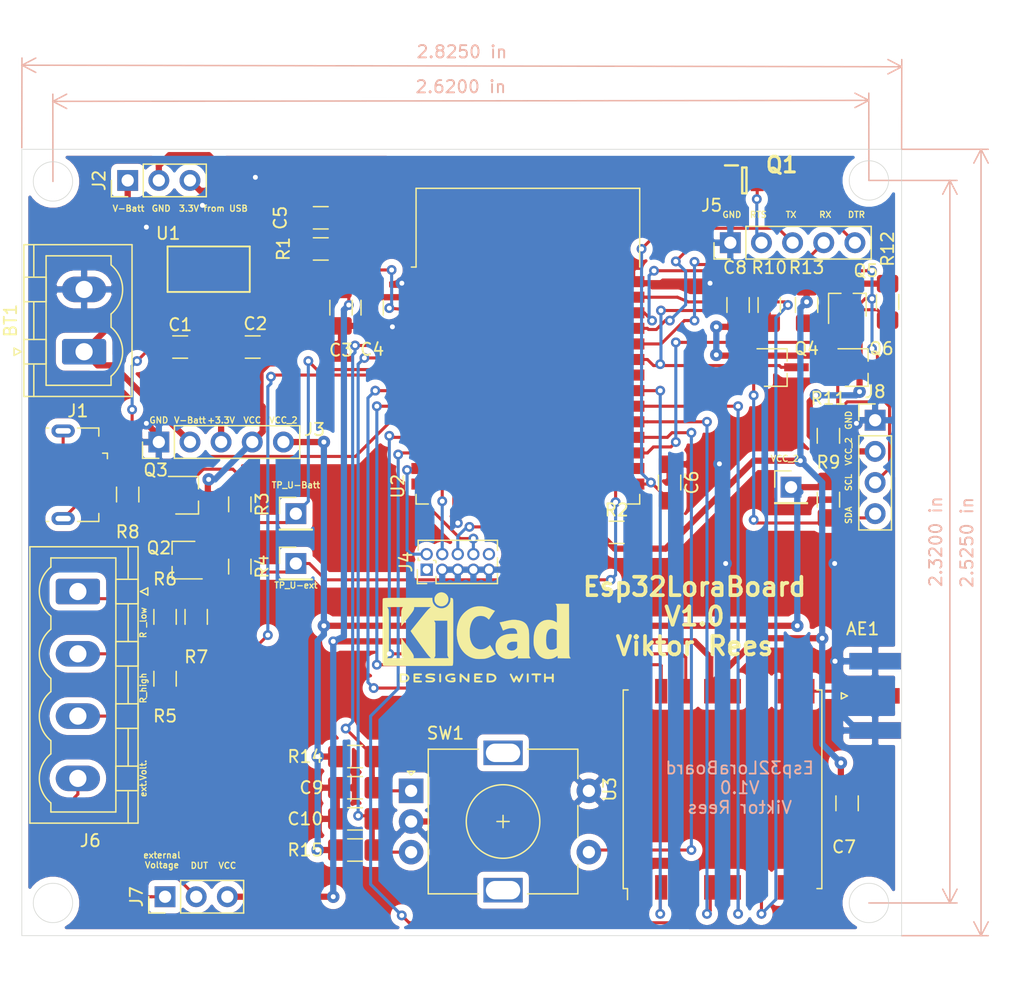
<source format=kicad_pcb>
(kicad_pcb (version 20171130) (host pcbnew 5.1.4-e60b266~84~ubuntu18.04.1)
  (title_block (title EspLoraBoard) (date 2020-03-22) (rev 1.0) (company "Viktor Rees"))
  (layers (0 F.Cu signal) (31 B.Cu signal) (34 B.Paste user) (35 F.Paste user) (36 B.SilkS user) (37 F.SilkS user) (38 B.Mask user) (39 F.Mask user) (44 Edge.Cuts user))
  (net 0 "")
  (net 1 GND)
  (net 2 "Net-(AE1-Pad1)")
  (net 3 "Net-(C1-Pad1)")
  (net 4 +3V3)
  (net 5 "Net-(J1-Pad3)")
  (net 6 "Net-(J1-Pad4)")
  (net 7 "Net-(J1-Pad2)")
  (net 8 "Net-(J1-Pad6)")
  (net 9 /IO2)
  (net 10 /IO1)
  (net 11 /IRQ)
  (net 12 /MOSI)
  (net 13 "Net-(U2-Pad17)")
  (net 14 "Net-(U2-Pad18)")
  (net 15 "Net-(U2-Pad19)")
  (net 16 "Net-(U2-Pad20)")
  (net 17 "Net-(U2-Pad21)")
  (net 18 "Net-(U2-Pad22)")
  (net 19 "Net-(U2-Pad24)")
  (net 20 /SCK)
  (net 21 /CS)
  (net 22 /MISO)
  (net 23 "Net-(U2-Pad32)")
  (net 24 /RST)
  (net 25 "Net-(U3-Pad7)")
  (net 26 "Net-(U3-Pad11)")
  (net 27 "Net-(U3-Pad12)")
  (net 28 /V-Batt)
  (net 29 VCC)
  (net 30 /Reset)
  (net 31 /Boot)
  (net 32 /VCC_2)
  (net 33 "Net-(J4-Pad1)")
  (net 34 /TMS)
  (net 35 /TCK)
  (net 36 /TDO)
  (net 37 /TDI)
  (net 38 "Net-(J4-Pad10)")
  (net 39 /RTS)
  (net 40 /TX)
  (net 41 /RX)
  (net 42 /DTR)
  (net 43 "Net-(J6-Pad1)")
  (net 44 /U_EXT_MEASURE)
  (net 45 "Net-(J6-Pad3)")
  (net 46 /SCL_2)
  (net 47 /U_EXT_ENABLE)
  (net 48 /UBAT_ENABLE)
  (net 49 "Net-(Q3-Pad2)")
  (net 50 /SDA_2)
  (net 51 /SDA)
  (net 52 /POWER_ENABLE)
  (net 53 /SCL)
  (net 54 /UBAT_MEASURE)
  (net 55 /ROT_A)
  (net 56 /ROT_B)
  (net 57 /ext.Voltage)
  (net 58 /ROT_SW)
  (module Symbol:KiCad-Logo2_6mm_SilkScreen (layer F.Cu) (at 141.224 97.536)
    (fp_text reference REF** hide)
    (fp_text value KiCad-Logo2_6mm_SilkScreen hide)
  )
  (module Package_TO_SOT_SMD:TSOT-23_HandSoldering (layer F.Cu) (at 165.608 76.2)
    (fp_text reference Q4 (at 2.54 -1.524) (layer F.SilkS))
    (fp_text value Si2302DS_NMOS)
    (pad 1 smd rect (at -1.71 -0.95) (size 2 0.65) (layers F.Cu F.Paste F.Mask) (net 32 /VCC_2))
    (pad 2 smd rect (at -1.71 0.95) (size 2 0.65) (layers F.Cu F.Paste F.Mask) (net 50 /SDA_2))
    (pad 3 smd rect (at 1.71 0) (size 2 0.65) (layers F.Cu F.Paste F.Mask) (net 51 /SDA))
  )
  (module Connector_PinHeader_2.54mm:PinHeader_1x03_P2.54mm_Vertical (layer F.Cu) (at 112.776 60.96 90)
    (fp_text reference J2 (at 0 -2.33 90) (layer F.SilkS))
    (fp_text value Power-Selector)
    (pad 1 thru_hole rect (at 0 0 90) (size 1.7 1.7) (drill 1) (layers *.Cu *.Mask) (net 28 /V-Batt))
    (pad 2 thru_hole oval (at 0 2.54 90) (size 1.7 1.7) (drill 1) (layers *.Cu *.Mask) (net 29 VCC))
    (pad 3 thru_hole oval (at 0 5.08 90) (size 1.7 1.7) (drill 1) (layers *.Cu *.Mask) (net 4 +3V3))
  )
  (module Resistor_SMD:R_1206_3216Metric_Pad1.42x1.75mm_HandSolder (layer F.Cu) (at 128.524 66.548)
    (fp_text reference R1 (at -3.048 0 90) (layer F.SilkS))
    (fp_text value 10k)
    (pad 1 smd roundrect (at -1.4875 0) (size 1.425 1.75) (layers F.Cu F.Paste F.Mask) (roundrect_rratio 0.175439) (net 29 VCC))
    (pad 2 smd roundrect (at 1.4875 0) (size 1.425 1.75) (layers F.Cu F.Paste F.Mask) (roundrect_rratio 0.175439) (net 30 /Reset))
  )
  (module lib_fp:SOT65P230X110-6N (layer F.Cu) (at 163.068 60.96)
    (fp_text reference Q1 (at 3.048 -1.27) (layer F.SilkS) (effects (font (size 1.27 1.27) (thickness 0.254))))
    (fp_text value UMH3N hide)
    (pad 1 smd rect (at -1.05 -0.65 90) (size 0.45 1.05) (layers F.Cu F.Paste F.Mask) (net 42 /DTR))
    (pad 2 smd rect (at -1.05 0 90) (size 0.45 1.05) (layers F.Cu F.Paste F.Mask) (net 39 /RTS))
    (pad 3 smd rect (at -1.05 0.65 90) (size 0.45 1.05) (layers F.Cu F.Paste F.Mask) (net 31 /Boot))
    (pad 4 smd rect (at 1.05 0.65 90) (size 0.45 1.05) (layers F.Cu F.Paste F.Mask) (net 39 /RTS))
    (pad 5 smd rect (at 1.05 0 90) (size 0.45 1.05) (layers F.Cu F.Paste F.Mask) (net 42 /DTR))
    (pad 6 smd rect (at 1.05 -0.65 90) (size 0.45 1.05) (layers F.Cu F.Paste F.Mask) (net 30 /Reset))
  )
  (module lib_fp:SOT230P696X180-4N (layer F.Cu) (at 119.38 68.199 90)
    (fp_text reference U1 (at 2.921 -3.302 180) (layer F.SilkS))
    (fp_text value LM3940IMP-3.3)
    (pad 1 smd rect (at -3.2004 -2.3114 90) (size 1.6002 0.8382) (layers F.Cu F.Paste F.Mask) (net 3 "Net-(C1-Pad1)"))
    (pad 2 smd rect (at -3.2004 0 90) (size 1.6002 0.8382) (layers F.Cu F.Paste F.Mask) (net 1 GND))
    (pad 3 smd rect (at -3.2004 2.3114 90) (size 1.6002 0.8382) (layers F.Cu F.Paste F.Mask) (net 4 +3V3))
    (pad 4 smd rect (at 3.2004 0 90) (size 1.6002 3.0988) (layers F.Cu F.Paste F.Mask) (net 1 GND))
  )
  (module Capacitor_SMD:C_1206_3216Metric_Pad1.42x1.75mm_HandSolder (layer F.Cu) (at 122.9725 74.549 180)
    (fp_text reference C2 (at -0.2175 1.905) (layer F.SilkS))
    (fp_text value 10u)
    (pad 2 smd roundrect (at 1.4875 0 180) (size 1.425 1.75) (layers F.Cu F.Paste F.Mask) (roundrect_rratio 0.175439) (net 1 GND))
    (pad 1 smd roundrect (at -1.4875 0 180) (size 1.425 1.75) (layers F.Cu F.Paste F.Mask) (roundrect_rratio 0.175439) (net 4 +3V3))
  )
  (module Capacitor_SMD:C_1206_3216Metric_Pad1.42x1.75mm_HandSolder (layer F.Cu) (at 117.0575 74.549)
    (fp_text reference C1 (at 0 -1.82) (layer F.SilkS))
    (fp_text value 100n)
    (pad 1 smd roundrect (at -1.4875 0) (size 1.425 1.75) (layers F.Cu F.Paste F.Mask) (roundrect_rratio 0.175439) (net 3 "Net-(C1-Pad1)"))
    (pad 2 smd roundrect (at 1.4875 0) (size 1.425 1.75) (layers F.Cu F.Paste F.Mask) (roundrect_rratio 0.175439) (net 1 GND))
  )
  (module RF_Module:ESP32-WROOM-32 (layer F.Cu) (at 145.415 77.47)
    (fp_text reference U2 (at -10.61 8.43 90) (layer F.SilkS))
    (fp_text value ESP32-WROOM-32)
    (pad 39 smd rect (at -1 -0.755) (size 5 5) (layers F.Cu F.Paste F.Mask))
    (pad 1 smd rect (at -8.5 -8.255) (size 2 0.9) (layers F.Cu F.Paste F.Mask) (net 1 GND))
    (pad 2 smd rect (at -8.5 -6.985) (size 2 0.9) (layers F.Cu F.Paste F.Mask) (net 29 VCC))
    (pad 3 smd rect (at -8.5 -5.715) (size 2 0.9) (layers F.Cu F.Paste F.Mask) (net 30 /Reset))
    (pad 4 smd rect (at -8.5 -4.445) (size 2 0.9) (layers F.Cu F.Paste F.Mask) (net 55 /ROT_A))
    (pad 5 smd rect (at -8.5 -3.175) (size 2 0.9) (layers F.Cu F.Paste F.Mask) (net 56 /ROT_B))
    (pad 6 smd rect (at -8.5 -1.905) (size 2 0.9) (layers F.Cu F.Paste F.Mask) (net 54 /UBAT_MEASURE))
    (pad 7 smd rect (at -8.5 -0.635) (size 2 0.9) (layers F.Cu F.Paste F.Mask) (net 44 /U_EXT_MEASURE))
    (pad 8 smd rect (at -8.5 0.635) (size 2 0.9) (layers F.Cu F.Paste F.Mask) (net 9 /IO2))
    (pad 9 smd rect (at -8.5 1.905) (size 2 0.9) (layers F.Cu F.Paste F.Mask) (net 10 /IO1))
    (pad 10 smd rect (at -8.5 3.175) (size 2 0.9) (layers F.Cu F.Paste F.Mask) (net 48 /UBAT_ENABLE))
    (pad 11 smd rect (at -8.5 4.445) (size 2 0.9) (layers F.Cu F.Paste F.Mask) (net 11 /IRQ))
    (pad 12 smd rect (at -8.5 5.715) (size 2 0.9) (layers F.Cu F.Paste F.Mask) (net 12 /MOSI))
    (pad 13 smd rect (at -8.5 6.985) (size 2 0.9) (layers F.Cu F.Paste F.Mask) (net 34 /TMS))
    (pad 14 smd rect (at -8.5 8.255) (size 2 0.9) (layers F.Cu F.Paste F.Mask) (net 37 /TDI))
    (pad 15 smd rect (at -5.715 9.255 90) (size 2 0.9) (layers F.Cu F.Paste F.Mask) (net 1 GND))
    (pad 16 smd rect (at -4.445 9.255 90) (size 2 0.9) (layers F.Cu F.Paste F.Mask) (net 35 /TCK))
    (pad 17 smd rect (at -3.175 9.255 90) (size 2 0.9) (layers F.Cu F.Paste F.Mask) (net 13 "Net-(U2-Pad17)"))
    (pad 18 smd rect (at -1.905 9.255 90) (size 2 0.9) (layers F.Cu F.Paste F.Mask) (net 14 "Net-(U2-Pad18)"))
    (pad 19 smd rect (at -0.635 9.255 90) (size 2 0.9) (layers F.Cu F.Paste F.Mask) (net 15 "Net-(U2-Pad19)"))
    (pad 20 smd rect (at 0.635 9.255 90) (size 2 0.9) (layers F.Cu F.Paste F.Mask) (net 16 "Net-(U2-Pad20)"))
    (pad 21 smd rect (at 1.905 9.255 90) (size 2 0.9) (layers F.Cu F.Paste F.Mask) (net 17 "Net-(U2-Pad21)"))
    (pad 22 smd rect (at 3.175 9.255 90) (size 2 0.9) (layers F.Cu F.Paste F.Mask) (net 18 "Net-(U2-Pad22)"))
    (pad 23 smd rect (at 4.445 9.255 90) (size 2 0.9) (layers F.Cu F.Paste F.Mask) (net 36 /TDO))
    (pad 24 smd rect (at 5.715 9.255 90) (size 2 0.9) (layers F.Cu F.Paste F.Mask) (net 19 "Net-(U2-Pad24)"))
    (pad 25 smd rect (at 8.5 8.255) (size 2 0.9) (layers F.Cu F.Paste F.Mask) (net 31 /Boot))
    (pad 26 smd rect (at 8.5 6.985) (size 2 0.9) (layers F.Cu F.Paste F.Mask) (net 47 /U_EXT_ENABLE))
    (pad 27 smd rect (at 8.5 5.715) (size 2 0.9) (layers F.Cu F.Paste F.Mask) (net 52 /POWER_ENABLE))
    (pad 28 smd rect (at 8.5 4.445) (size 2 0.9) (layers F.Cu F.Paste F.Mask) (net 58 /ROT_SW))
    (pad 29 smd rect (at 8.5 3.175) (size 2 0.9) (layers F.Cu F.Paste F.Mask) (net 20 /SCK))
    (pad 30 smd rect (at 8.5 1.905) (size 2 0.9) (layers F.Cu F.Paste F.Mask) (net 21 /CS))
    (pad 31 smd rect (at 8.5 0.635) (size 2 0.9) (layers F.Cu F.Paste F.Mask) (net 22 /MISO))
    (pad 32 smd rect (at 8.5 -0.635) (size 2 0.9) (layers F.Cu F.Paste F.Mask) (net 23 "Net-(U2-Pad32)"))
    (pad 33 smd rect (at 8.5 -1.905) (size 2 0.9) (layers F.Cu F.Paste F.Mask) (net 51 /SDA))
    (pad 34 smd rect (at 8.5 -3.175) (size 2 0.9) (layers F.Cu F.Paste F.Mask) (net 41 /RX))
    (pad 35 smd rect (at 8.5 -4.445) (size 2 0.9) (layers F.Cu F.Paste F.Mask) (net 40 /TX))
    (pad 36 smd rect (at 8.5 -5.715) (size 2 0.9) (layers F.Cu F.Paste F.Mask) (net 53 /SCL))
    (pad 37 smd rect (at 8.5 -6.985) (size 2 0.9) (layers F.Cu F.Paste F.Mask) (net 24 /RST))
    (pad 38 smd rect (at 8.5 -8.255) (size 2 0.9) (layers F.Cu F.Paste F.Mask) (net 1 GND))
  )
  (module Capacitor_SMD:C_1206_3216Metric_Pad1.42x1.75mm_HandSolder (layer F.Cu) (at 130.175 71.3375 270)
    (fp_text reference C3 (at 3.4655 0 180) (layer F.SilkS))
    (fp_text value 1u)
    (pad 2 smd roundrect (at 1.4875 0 270) (size 1.425 1.75) (layers F.Cu F.Paste F.Mask) (roundrect_rratio 0.175439) (net 1 GND))
    (pad 1 smd roundrect (at -1.4875 0 270) (size 1.425 1.75) (layers F.Cu F.Paste F.Mask) (roundrect_rratio 0.175439) (net 29 VCC))
  )
  (module Capacitor_SMD:C_1206_3216Metric_Pad1.42x1.75mm_HandSolder (layer F.Cu) (at 132.715 71.3375 270)
    (fp_text reference C4 (at 3.402 0 180) (layer F.SilkS))
    (fp_text value 100n)
    (pad 1 smd roundrect (at -1.4875 0 270) (size 1.425 1.75) (layers F.Cu F.Paste F.Mask) (roundrect_rratio 0.175439) (net 29 VCC))
    (pad 2 smd roundrect (at 1.4875 0 270) (size 1.425 1.75) (layers F.Cu F.Paste F.Mask) (roundrect_rratio 0.175439) (net 1 GND))
  )
  (module Connector_Coaxial:SMA_Samtec_SMA-J-P-H-ST-EM1_EdgeMount (layer F.Cu) (at 173.736 102.997)
    (fp_text reference AE1 (at -1.016 -5.461 180) (layer F.SilkS))
    (fp_text value Antenna_Shield)
    (pad 2 smd rect (at 0 2.825 90) (size 1.35 4.2) (layers B.Cu B.Paste B.Mask) (net 1 GND))
    (pad 2 smd rect (at 0 -2.825 90) (size 1.35 4.2) (layers B.Cu B.Paste B.Mask) (net 1 GND))
    (pad 2 smd rect (at 0 2.825 90) (size 1.35 4.2) (layers F.Cu F.Paste F.Mask) (net 1 GND))
    (pad 2 smd rect (at 0 -2.825 90) (size 1.35 4.2) (layers F.Cu F.Paste F.Mask) (net 1 GND))
    (pad 1 smd rect (at 0.2 0 90) (size 1.27 3.6) (layers F.Cu F.Paste F.Mask) (net 2 "Net-(AE1-Pad1)"))
  )
  (module RF_Module:HOPERF_RFM9XW_SMD (layer F.Cu) (at 161.29 110.617 90)
    (fp_text reference U3 (at 0 -9.2 90) (layer F.SilkS))
    (fp_text value RFM95W-868S2)
    (pad 1 smd rect (at -8 -7 90) (size 2 1) (layers F.Cu F.Paste F.Mask) (net 1 GND))
    (pad 2 smd rect (at -8 -5 90) (size 2 1) (layers F.Cu F.Paste F.Mask) (net 22 /MISO))
    (pad 3 smd rect (at -8 -3 90) (size 2 1) (layers F.Cu F.Paste F.Mask) (net 12 /MOSI))
    (pad 4 smd rect (at -8 -1 90) (size 2 1) (layers F.Cu F.Paste F.Mask) (net 20 /SCK))
    (pad 5 smd rect (at -8 1 90) (size 2 1) (layers F.Cu F.Paste F.Mask) (net 21 /CS))
    (pad 6 smd rect (at -8 3 90) (size 2 1) (layers F.Cu F.Paste F.Mask) (net 24 /RST))
    (pad 7 smd rect (at -8 5 90) (size 2 1) (layers F.Cu F.Paste F.Mask) (net 25 "Net-(U3-Pad7)"))
    (pad 8 smd rect (at -8 7 90) (size 2 1) (layers F.Cu F.Paste F.Mask) (net 1 GND))
    (pad 9 smd rect (at 8 7 90) (size 2 1) (layers F.Cu F.Paste F.Mask) (net 2 "Net-(AE1-Pad1)"))
    (pad 10 smd rect (at 8 5 90) (size 2 1) (layers F.Cu F.Paste F.Mask) (net 1 GND))
    (pad 11 smd rect (at 8 3 90) (size 2 1) (layers F.Cu F.Paste F.Mask) (net 26 "Net-(U3-Pad11)"))
    (pad 12 smd rect (at 8 1 90) (size 2 1) (layers F.Cu F.Paste F.Mask) (net 27 "Net-(U3-Pad12)"))
    (pad 13 smd rect (at 8 -1 90) (size 2 1) (layers F.Cu F.Paste F.Mask) (net 29 VCC))
    (pad 14 smd rect (at 8 -3 90) (size 2 1) (layers F.Cu F.Paste F.Mask) (net 11 /IRQ))
    (pad 15 smd rect (at 8 -5 90) (size 2 1) (layers F.Cu F.Paste F.Mask) (net 10 /IO1))
    (pad 16 smd rect (at 8 -7 90) (size 2 1) (layers F.Cu F.Paste F.Mask) (net 9 /IO2))
  )
  (module Connector_USB:USB_Micro-B_GCT_USB3076-30-A (layer F.Cu) (at 108.712 84.963 270)
    (fp_text reference J1 (at -5.207 0 180) (layer F.SilkS))
    (fp_text value USB_B_Micro)
    (pad 6 smd rect (at 1.125 1.2 270) (size 1.75 1.9) (layers F.Cu F.Paste F.Mask) (net 8 "Net-(J1-Pad6)"))
    (pad 2 smd rect (at -0.65 -1.45 270) (size 0.4 1.4) (layers F.Cu F.Paste F.Mask) (net 7 "Net-(J1-Pad2)"))
    (pad 1 smd rect (at -1.3 -1.45 270) (size 0.4 1.4) (layers F.Cu F.Paste F.Mask) (net 3 "Net-(C1-Pad1)"))
    (pad 5 smd rect (at 1.3 -1.45 270) (size 0.4 1.4) (layers F.Cu F.Paste F.Mask) (net 1 GND))
    (pad 4 smd rect (at 0.65 -1.45 270) (size 0.4 1.4) (layers F.Cu F.Paste F.Mask) (net 6 "Net-(J1-Pad4)"))
    (pad 3 smd rect (at 0 -1.45 270) (size 0.4 1.4) (layers F.Cu F.Paste F.Mask) (net 5 "Net-(J1-Pad3)"))
    (pad 6 smd rect (at -1.125 1.2 270) (size 1.75 1.9) (layers F.Cu F.Paste F.Mask) (net 8 "Net-(J1-Pad6)"))
    (pad 6 thru_hole oval (at -3.575 1.2 90) (size 1.05 1.9) (drill oval 0.45 1.25) (layers *.Cu *.Mask) (net 8 "Net-(J1-Pad6)"))
    (pad 6 thru_hole oval (at 3.575 1.2 270) (size 1.05 1.9) (drill oval 0.45 1.25) (layers *.Cu *.Mask) (net 8 "Net-(J1-Pad6)"))
    (pad 6 smd rect (at 2.32 -1.03 270) (size 1.15 1.45) (layers F.Cu F.Paste F.Mask) (net 8 "Net-(J1-Pad6)"))
    (pad 6 smd rect (at -2.32 -1.03 270) (size 1.15 1.45) (layers F.Cu F.Paste F.Mask) (net 8 "Net-(J1-Pad6)"))
  )
  (module Capacitor_SMD:C_1206_3216Metric_Pad1.42x1.75mm_HandSolder (layer F.Cu) (at 128.524 64.008 180)
    (fp_text reference C5 (at 3.302 0 90) (layer F.SilkS))
    (fp_text value 1n)
    (pad 1 smd roundrect (at -1.4875 0 180) (size 1.425 1.75) (layers F.Cu F.Paste F.Mask) (roundrect_rratio 0.175439) (net 30 /Reset))
    (pad 2 smd roundrect (at 1.4875 0 180) (size 1.425 1.75) (layers F.Cu F.Paste F.Mask) (roundrect_rratio 0.175439) (net 1 GND))
  )
  (module Capacitor_SMD:C_1206_3216Metric_Pad1.42x1.75mm_HandSolder (layer F.Cu) (at 156.972 85.598 270)
    (fp_text reference C6 (at 0 -1.82 90) (layer F.SilkS))
    (fp_text value 1n)
    (pad 2 smd roundrect (at 1.4875 0 270) (size 1.425 1.75) (layers F.Cu F.Paste F.Mask) (roundrect_rratio 0.175439) (net 31 /Boot))
    (pad 1 smd roundrect (at -1.4875 0 270) (size 1.425 1.75) (layers F.Cu F.Paste F.Mask) (roundrect_rratio 0.175439) (net 1 GND))
  )
  (module Capacitor_SMD:C_1206_3216Metric_Pad1.42x1.75mm_HandSolder (layer F.Cu) (at 171.45 111.76 90)
    (fp_text reference C7 (at -3.556 -0.254 180) (layer F.SilkS))
    (fp_text value 100n)
    (pad 2 smd roundrect (at 1.4875 0 90) (size 1.425 1.75) (layers F.Cu F.Paste F.Mask) (roundrect_rratio 0.175439) (net 29 VCC))
    (pad 1 smd roundrect (at -1.4875 0 90) (size 1.425 1.75) (layers F.Cu F.Paste F.Mask) (roundrect_rratio 0.175439) (net 1 GND))
  )
  (module Capacitor_SMD:C_1206_3216Metric_Pad1.42x1.75mm_HandSolder (layer F.Cu) (at 162.56 71.12 90)
    (fp_text reference C8 (at 3.048 -0.254 180) (layer F.SilkS))
    (fp_text value 100n)
    (pad 1 smd roundrect (at -1.4875 0 90) (size 1.425 1.75) (layers F.Cu F.Paste F.Mask) (roundrect_rratio 0.175439) (net 32 /VCC_2))
    (pad 2 smd roundrect (at 1.4875 0 90) (size 1.425 1.75) (layers F.Cu F.Paste F.Mask) (roundrect_rratio 0.175439) (net 1 GND))
  )
  (module Connector_PinHeader_1.27mm:PinHeader_2x05_P1.27mm_Vertical (layer F.Cu) (at 137.16 92.71 90)
    (fp_text reference J4 (at 0.635 -1.695 90) (layer F.SilkS))
    (fp_text value ESP_PROG_JTAG)
    (pad 1 thru_hole rect (at 0 0 90) (size 1 1) (drill 0.65) (layers *.Cu *.Mask) (net 33 "Net-(J4-Pad1)"))
    (pad 2 thru_hole oval (at 1.27 0 90) (size 1 1) (drill 0.65) (layers *.Cu *.Mask) (net 34 /TMS))
    (pad 3 thru_hole oval (at 0 1.27 90) (size 1 1) (drill 0.65) (layers *.Cu *.Mask) (net 1 GND))
    (pad 4 thru_hole oval (at 1.27 1.27 90) (size 1 1) (drill 0.65) (layers *.Cu *.Mask) (net 35 /TCK))
    (pad 5 thru_hole oval (at 0 2.54 90) (size 1 1) (drill 0.65) (layers *.Cu *.Mask) (net 1 GND))
    (pad 6 thru_hole oval (at 1.27 2.54 90) (size 1 1) (drill 0.65) (layers *.Cu *.Mask) (net 36 /TDO))
    (pad 7 thru_hole oval (at 0 3.81 90) (size 1 1) (drill 0.65) (layers *.Cu *.Mask) (net 1 GND))
    (pad 8 thru_hole oval (at 1.27 3.81 90) (size 1 1) (drill 0.65) (layers *.Cu *.Mask) (net 37 /TDI))
    (pad 9 thru_hole oval (at 0 5.08 90) (size 1 1) (drill 0.65) (layers *.Cu *.Mask) (net 1 GND))
    (pad 10 thru_hole oval (at 1.27 5.08 90) (size 1 1) (drill 0.65) (layers *.Cu *.Mask) (net 38 "Net-(J4-Pad10)"))
  )
  (module Connector_PinHeader_2.54mm:PinHeader_1x05_P2.54mm_Vertical (layer F.Cu) (at 161.925 66.04 90)
    (fp_text reference J5 (at 3.048 -1.524 180) (layer F.SilkS))
    (fp_text value Prog)
    (pad 1 thru_hole rect (at 0 0 90) (size 1.7 1.7) (drill 1) (layers *.Cu *.Mask) (net 1 GND))
    (pad 2 thru_hole oval (at 0 2.54 90) (size 1.7 1.7) (drill 1) (layers *.Cu *.Mask) (net 39 /RTS))
    (pad 3 thru_hole oval (at 0 5.08 90) (size 1.7 1.7) (drill 1) (layers *.Cu *.Mask) (net 40 /TX))
    (pad 4 thru_hole oval (at 0 7.62 90) (size 1.7 1.7) (drill 1) (layers *.Cu *.Mask) (net 41 /RX))
    (pad 5 thru_hole oval (at 0 10.16 90) (size 1.7 1.7) (drill 1) (layers *.Cu *.Mask) (net 42 /DTR))
  )
  (module Connector_Phoenix_MSTB:PhoenixContact_MSTBVA_2,5_4-G-5,08_1x04_P5.08mm_Vertical (layer F.Cu) (at 108.712 94.488 270)
    (fp_text reference J6 (at 20.32 -1.016 180) (layer F.SilkS))
    (fp_text value ext_Measure)
    (pad 1 thru_hole roundrect (at 0 0 270) (size 2.08 3.6) (drill 1.4) (layers *.Cu *.Mask) (roundrect_rratio 0.120192) (net 43 "Net-(J6-Pad1)"))
    (pad 2 thru_hole oval (at 5.08 0 270) (size 2.08 3.6) (drill 1.4) (layers *.Cu *.Mask) (net 44 /U_EXT_MEASURE))
    (pad 3 thru_hole oval (at 10.16 0 270) (size 2.08 3.6) (drill 1.4) (layers *.Cu *.Mask) (net 45 "Net-(J6-Pad3)"))
    (pad 4 thru_hole oval (at 15.24 0 270) (size 2.08 3.6) (drill 1.4) (layers *.Cu *.Mask) (net 57 /ext.Voltage))
  )
  (module Connector_PinHeader_2.54mm:PinHeader_1x03_P2.54mm_Vertical (layer F.Cu) (at 115.824 119.38 90)
    (fp_text reference J7 (at 0 -2.33 90) (layer F.SilkS))
    (fp_text value Measurement-Selector)
    (pad 3 thru_hole oval (at 0 5.08 90) (size 1.7 1.7) (drill 1) (layers *.Cu *.Mask) (net 29 VCC))
    (pad 2 thru_hole oval (at 0 2.54 90) (size 1.7 1.7) (drill 1) (layers *.Cu *.Mask) (net 45 "Net-(J6-Pad3)"))
    (pad 1 thru_hole rect (at 0 0 90) (size 1.7 1.7) (drill 1) (layers *.Cu *.Mask) (net 57 /ext.Voltage))
  )
  (module Package_TO_SOT_SMD:TSOT-23_HandSoldering (layer F.Cu) (at 117.348 91.948 180)
    (fp_text reference Q2 (at 2.032 1.016) (layer F.SilkS))
    (fp_text value Si2302DS_NMOS)
    (pad 3 smd rect (at 1.71 0 180) (size 2 0.65) (layers F.Cu F.Paste F.Mask) (net 43 "Net-(J6-Pad1)"))
    (pad 2 smd rect (at -1.71 0.95 180) (size 2 0.65) (layers F.Cu F.Paste F.Mask) (net 1 GND))
    (pad 1 smd rect (at -1.71 -0.95 180) (size 2 0.65) (layers F.Cu F.Paste F.Mask) (net 47 /U_EXT_ENABLE))
  )
  (module Package_TO_SOT_SMD:TSOT-23_HandSoldering (layer F.Cu) (at 117.602 86.614)
    (fp_text reference Q3 (at -2.54 -2.032) (layer F.SilkS))
    (fp_text value Si2301DS_PMOS)
    (pad 1 smd rect (at -1.71 -0.95) (size 2 0.65) (layers F.Cu F.Paste F.Mask) (net 48 /UBAT_ENABLE))
    (pad 2 smd rect (at -1.71 0.95) (size 2 0.65) (layers F.Cu F.Paste F.Mask) (net 49 "Net-(Q3-Pad2)"))
    (pad 3 smd rect (at 1.71 0) (size 2 0.65) (layers F.Cu F.Paste F.Mask) (net 29 VCC))
  )
  (module Package_TO_SOT_SMD:TSOT-23_HandSoldering (layer F.Cu) (at 171.45 71.12 90)
    (fp_text reference Q5 (at 2.794 1.524 180) (layer F.SilkS))
    (fp_text value Si2301DS_PMOS)
    (pad 1 smd rect (at -1.71 -0.95 90) (size 2 0.65) (layers F.Cu F.Paste F.Mask) (net 52 /POWER_ENABLE))
    (pad 2 smd rect (at -1.71 0.95 90) (size 2 0.65) (layers F.Cu F.Paste F.Mask) (net 32 /VCC_2))
    (pad 3 smd rect (at 1.71 0 90) (size 2 0.65) (layers F.Cu F.Paste F.Mask) (net 29 VCC))
  )
  (module Package_TO_SOT_SMD:TSOT-23_HandSoldering (layer F.Cu) (at 172.212 76.2)
    (fp_text reference Q6 (at 2.032 -1.524) (layer F.SilkS))
    (fp_text value Si2302DS_NMOS)
    (pad 3 smd rect (at 1.71 0) (size 2 0.65) (layers F.Cu F.Paste F.Mask) (net 53 /SCL))
    (pad 2 smd rect (at -1.71 0.95) (size 2 0.65) (layers F.Cu F.Paste F.Mask) (net 46 /SCL_2))
    (pad 1 smd rect (at -1.71 -0.95) (size 2 0.65) (layers F.Cu F.Paste F.Mask) (net 32 /VCC_2))
  )
  (module Resistor_SMD:R_1206_3216Metric_Pad1.42x1.75mm_HandSolder (layer F.Cu) (at 152.654 89.662)
    (fp_text reference R2 (at 0 -1.82) (layer F.SilkS))
    (fp_text value 10k)
    (pad 1 smd roundrect (at -1.4875 0) (size 1.425 1.75) (layers F.Cu F.Paste F.Mask) (roundrect_rratio 0.175439) (net 29 VCC))
    (pad 2 smd roundrect (at 1.4875 0) (size 1.425 1.75) (layers F.Cu F.Paste F.Mask) (roundrect_rratio 0.175439) (net 31 /Boot))
  )
  (module Resistor_SMD:R_1206_3216Metric_Pad1.42x1.75mm_HandSolder (layer F.Cu) (at 121.92 87.376 270)
    (fp_text reference R3 (at 0 -1.82 90) (layer F.SilkS))
    (fp_text value 10k)
    (pad 2 smd roundrect (at 1.4875 0 270) (size 1.425 1.75) (layers F.Cu F.Paste F.Mask) (roundrect_rratio 0.175439) (net 54 /UBAT_MEASURE))
    (pad 1 smd roundrect (at -1.4875 0 270) (size 1.425 1.75) (layers F.Cu F.Paste F.Mask) (roundrect_rratio 0.175439) (net 49 "Net-(Q3-Pad2)"))
  )
  (module Resistor_SMD:R_1206_3216Metric_Pad1.42x1.75mm_HandSolder (layer F.Cu) (at 121.92 92.456 270)
    (fp_text reference R4 (at 0 -1.82 90) (layer F.SilkS))
    (fp_text value 10k)
    (pad 2 smd roundrect (at 1.4875 0 270) (size 1.425 1.75) (layers F.Cu F.Paste F.Mask) (roundrect_rratio 0.175439) (net 1 GND))
    (pad 1 smd roundrect (at -1.4875 0 270) (size 1.425 1.75) (layers F.Cu F.Paste F.Mask) (roundrect_rratio 0.175439) (net 54 /UBAT_MEASURE))
  )
  (module Resistor_SMD:R_1206_3216Metric_Pad1.42x1.75mm_HandSolder (layer F.Cu) (at 115.824 101.6 90)
    (fp_text reference R5 (at -3.048 0 180) (layer F.SilkS))
    (fp_text value optional)
    (pad 1 smd roundrect (at -1.4875 0 90) (size 1.425 1.75) (layers F.Cu F.Paste F.Mask) (roundrect_rratio 0.175439) (net 45 "Net-(J6-Pad3)"))
    (pad 2 smd roundrect (at 1.4875 0 90) (size 1.425 1.75) (layers F.Cu F.Paste F.Mask) (roundrect_rratio 0.175439) (net 44 /U_EXT_MEASURE))
  )
  (module Resistor_SMD:R_1206_3216Metric_Pad1.42x1.75mm_HandSolder (layer F.Cu) (at 115.824 96.5565 90)
    (fp_text reference R6 (at 3.0845 0 180) (layer F.SilkS))
    (fp_text value optional)
    (pad 1 smd roundrect (at -1.4875 0 90) (size 1.425 1.75) (layers F.Cu F.Paste F.Mask) (roundrect_rratio 0.175439) (net 44 /U_EXT_MEASURE))
    (pad 2 smd roundrect (at 1.4875 0 90) (size 1.425 1.75) (layers F.Cu F.Paste F.Mask) (roundrect_rratio 0.175439) (net 43 "Net-(J6-Pad1)"))
  )
  (module Resistor_SMD:R_1206_3216Metric_Pad1.42x1.75mm_HandSolder (layer F.Cu) (at 118.364 96.5565 270)
    (fp_text reference R7 (at 3.2655 0 180) (layer F.SilkS))
    (fp_text value 100k)
    (pad 2 smd roundrect (at 1.4875 0 270) (size 1.425 1.75) (layers F.Cu F.Paste F.Mask) (roundrect_rratio 0.175439) (net 1 GND))
    (pad 1 smd roundrect (at -1.4875 0 270) (size 1.425 1.75) (layers F.Cu F.Paste F.Mask) (roundrect_rratio 0.175439) (net 47 /U_EXT_ENABLE))
  )
  (module Resistor_SMD:R_1206_3216Metric_Pad1.42x1.75mm_HandSolder (layer F.Cu) (at 112.776 86.5775 90)
    (fp_text reference R8 (at -3.048 0 180) (layer F.SilkS))
    (fp_text value 100k)
    (pad 1 smd roundrect (at -1.4875 0 90) (size 1.425 1.75) (layers F.Cu F.Paste F.Mask) (roundrect_rratio 0.175439) (net 29 VCC))
    (pad 2 smd roundrect (at 1.4875 0 90) (size 1.425 1.75) (layers F.Cu F.Paste F.Mask) (roundrect_rratio 0.175439) (net 48 /UBAT_ENABLE))
  )
  (module Resistor_SMD:R_1206_3216Metric_Pad1.42x1.75mm_HandSolder (layer F.Cu) (at 169.926 86.995 270)
    (fp_text reference R9 (at -3.048 0) (layer F.SilkS))
    (fp_text value 10k)
    (pad 1 smd roundrect (at -1.4875 0 270) (size 1.425 1.75) (layers F.Cu F.Paste F.Mask) (roundrect_rratio 0.175439) (net 32 /VCC_2))
    (pad 2 smd roundrect (at 1.4875 0 270) (size 1.425 1.75) (layers F.Cu F.Paste F.Mask) (roundrect_rratio 0.175439) (net 50 /SDA_2))
  )
  (module Resistor_SMD:R_1206_3216Metric_Pad1.42x1.75mm_HandSolder (layer F.Cu) (at 165.1 71.12 270)
    (fp_text reference R10 (at -3.048 0 180) (layer F.SilkS))
    (fp_text value 10k)
    (pad 2 smd roundrect (at 1.4875 0 270) (size 1.425 1.75) (layers F.Cu F.Paste F.Mask) (roundrect_rratio 0.175439) (net 51 /SDA))
    (pad 1 smd roundrect (at -1.4875 0 270) (size 1.425 1.75) (layers F.Cu F.Paste F.Mask) (roundrect_rratio 0.175439) (net 29 VCC))
  )
  (module Resistor_SMD:R_1206_3216Metric_Pad1.42x1.75mm_HandSolder (layer F.Cu) (at 169.926 81.788 90)
    (fp_text reference R11 (at 3.048 0 180) (layer F.SilkS))
    (fp_text value 10k)
    (pad 2 smd roundrect (at 1.4875 0 90) (size 1.425 1.75) (layers F.Cu F.Paste F.Mask) (roundrect_rratio 0.175439) (net 46 /SCL_2))
    (pad 1 smd roundrect (at -1.4875 0 90) (size 1.425 1.75) (layers F.Cu F.Paste F.Mask) (roundrect_rratio 0.175439) (net 32 /VCC_2))
  )
  (module Resistor_SMD:R_1206_3216Metric_Pad1.42x1.75mm_HandSolder (layer F.Cu) (at 174.752 70.866 270)
    (fp_text reference R12 (at -4.318 0 90) (layer F.SilkS))
    (fp_text value 100k)
    (pad 2 smd roundrect (at 1.4875 0 270) (size 1.425 1.75) (layers F.Cu F.Paste F.Mask) (roundrect_rratio 0.175439) (net 52 /POWER_ENABLE))
    (pad 1 smd roundrect (at -1.4875 0 270) (size 1.425 1.75) (layers F.Cu F.Paste F.Mask) (roundrect_rratio 0.175439) (net 29 VCC))
  )
  (module Resistor_SMD:R_1206_3216Metric_Pad1.42x1.75mm_HandSolder (layer F.Cu) (at 168.148 71.12 270)
    (fp_text reference R13 (at -3.048 0 180) (layer F.SilkS))
    (fp_text value 10k)
    (pad 1 smd roundrect (at -1.4875 0 270) (size 1.425 1.75) (layers F.Cu F.Paste F.Mask) (roundrect_rratio 0.175439) (net 29 VCC))
    (pad 2 smd roundrect (at 1.4875 0 270) (size 1.425 1.75) (layers F.Cu F.Paste F.Mask) (roundrect_rratio 0.175439) (net 53 /SCL))
  )
  (module Connector_PinHeader_2.54mm:PinHeader_1x01_P2.54mm_Vertical (layer F.Cu) (at 126.492 88.138)
    (fp_text reference TP_U-Batt (at 0 -2.33) (layer F.SilkS) (effects (font (size 0.5 0.5) (thickness 0.1))))
    (fp_text value TP_U_BATT)
    (pad 1 thru_hole rect (at 0 0) (size 1.7 1.7) (drill 1) (layers *.Cu *.Mask) (net 54 /UBAT_MEASURE))
  )
  (module Connector_PinHeader_2.54mm:PinHeader_1x01_P2.54mm_Vertical (layer F.Cu) (at 126.492 92.202)
    (fp_text reference TP_U-ext (at 0 1.778) (layer F.SilkS) (effects (font (size 0.5 0.5) (thickness 0.1))))
    (fp_text value TP_U_EXT)
    (pad 1 thru_hole rect (at 0 0) (size 1.7 1.7) (drill 1) (layers *.Cu *.Mask) (net 47 /U_EXT_ENABLE))
  )
  (module Connector_PinHeader_2.54mm:PinHeader_1x01_P2.54mm_Vertical (layer F.Cu) (at 166.878 85.979)
    (fp_text reference VCC_2 (at -0.508 -2.33) (layer F.SilkS) (effects (font (size 0.5 0.5) (thickness 0.1))))
    (fp_text value VCC_2)
    (pad 1 thru_hole rect (at 0 0) (size 1.7 1.7) (drill 1) (layers *.Cu *.Mask) (net 32 /VCC_2))
  )
  (module Connector_PinHeader_2.54mm:PinHeader_1x05_P2.54mm_Vertical (layer F.Cu) (at 115.316 82.296 90)
    (fp_text reference J3 (at 1.016 12.7 180) (layer F.SilkS))
    (fp_text value Testpoints)
    (pad 1 thru_hole rect (at 0 0 90) (size 1.7 1.7) (drill 1) (layers *.Cu *.Mask) (net 1 GND))
    (pad 2 thru_hole oval (at 0 2.54 90) (size 1.7 1.7) (drill 1) (layers *.Cu *.Mask) (net 28 /V-Batt))
    (pad 3 thru_hole oval (at 0 5.08 90) (size 1.7 1.7) (drill 1) (layers *.Cu *.Mask) (net 4 +3V3))
    (pad 4 thru_hole oval (at 0 7.62 90) (size 1.7 1.7) (drill 1) (layers *.Cu *.Mask) (net 29 VCC))
    (pad 5 thru_hole oval (at 0 10.16 90) (size 1.7 1.7) (drill 1) (layers *.Cu *.Mask) (net 32 /VCC_2))
  )
  (module Connector_PinHeader_2.54mm:PinHeader_1x04_P2.54mm_Vertical (layer F.Cu) (at 173.736 80.518)
    (fp_text reference J8 (at 0 -2.33) (layer F.SilkS))
    (fp_text value OLED_128x64)
    (pad 1 thru_hole rect (at 0 0) (size 1.7 1.7) (drill 1) (layers *.Cu *.Mask) (net 1 GND))
    (pad 2 thru_hole oval (at 0 2.54) (size 1.7 1.7) (drill 1) (layers *.Cu *.Mask) (net 32 /VCC_2))
    (pad 3 thru_hole oval (at 0 5.08) (size 1.7 1.7) (drill 1) (layers *.Cu *.Mask) (net 46 /SCL_2))
    (pad 4 thru_hole oval (at 0 7.62) (size 1.7 1.7) (drill 1) (layers *.Cu *.Mask) (net 50 /SDA_2))
  )
  (module Connector_Phoenix_MSTB:PhoenixContact_MSTBVA_2,5_2-G-5,08_1x02_P5.08mm_Vertical (layer F.Cu) (at 109.22 74.93 90)
    (fp_text reference BT1 (at 2.54 -6 90) (layer F.SilkS))
    (fp_text value LiFePo-Batterie)
    (pad 1 thru_hole roundrect (at 0 0 90) (size 2.08 3.6) (drill 1.4) (layers *.Cu *.Mask) (roundrect_rratio 0.120192) (net 28 /V-Batt))
    (pad 2 thru_hole oval (at 5.08 0 90) (size 2.08 3.6) (drill 1.4) (layers *.Cu *.Mask) (net 1 GND))
  )
  (module Capacitor_SMD:C_1206_3216Metric_Pad1.42x1.75mm_HandSolder (layer F.Cu) (at 131.318 110.49 180)
    (fp_text reference C9 (at 3.556 0) (layer F.SilkS))
    (fp_text value 1u)
    (pad 1 smd roundrect (at -1.4875 0 180) (size 1.425 1.75) (layers F.Cu F.Paste F.Mask) (roundrect_rratio 0.175439) (net 55 /ROT_A))
    (pad 2 smd roundrect (at 1.4875 0 180) (size 1.425 1.75) (layers F.Cu F.Paste F.Mask) (roundrect_rratio 0.175439) (net 1 GND))
  )
  (module Capacitor_SMD:C_1206_3216Metric_Pad1.42x1.75mm_HandSolder (layer F.Cu) (at 131.318 113.03 180)
    (fp_text reference C10 (at 4.064 0) (layer F.SilkS))
    (fp_text value 1u)
    (pad 2 smd roundrect (at 1.4875 0 180) (size 1.425 1.75) (layers F.Cu F.Paste F.Mask) (roundrect_rratio 0.175439) (net 1 GND))
    (pad 1 smd roundrect (at -1.4875 0 180) (size 1.425 1.75) (layers F.Cu F.Paste F.Mask) (roundrect_rratio 0.175439) (net 56 /ROT_B))
  )
  (module Resistor_SMD:R_1206_3216Metric_Pad1.42x1.75mm_HandSolder (layer F.Cu) (at 131.318 107.95)
    (fp_text reference R14 (at -4.064 0) (layer F.SilkS))
    (fp_text value 10k)
    (pad 1 smd roundrect (at -1.4875 0) (size 1.425 1.75) (layers F.Cu F.Paste F.Mask) (roundrect_rratio 0.175439) (net 32 /VCC_2))
    (pad 2 smd roundrect (at 1.4875 0) (size 1.425 1.75) (layers F.Cu F.Paste F.Mask) (roundrect_rratio 0.175439) (net 55 /ROT_A))
  )
  (module Resistor_SMD:R_1206_3216Metric_Pad1.42x1.75mm_HandSolder (layer F.Cu) (at 131.318 115.57)
    (fp_text reference R15 (at -4.064 0) (layer F.SilkS))
    (fp_text value 10k)
    (pad 2 smd roundrect (at 1.4875 0) (size 1.425 1.75) (layers F.Cu F.Paste F.Mask) (roundrect_rratio 0.175439) (net 56 /ROT_B))
    (pad 1 smd roundrect (at -1.4875 0) (size 1.425 1.75) (layers F.Cu F.Paste F.Mask) (roundrect_rratio 0.175439) (net 32 /VCC_2))
  )
  (module Rotary_Encoder:RotaryEncoder_Alps_EC11E-Switch_Vertical_H20mm (layer F.Cu) (at 135.89 110.744)
    (fp_text reference SW1 (at 2.8 -4.7) (layer F.SilkS))
    (fp_text value Rotary_Encoder)
    (pad S1 thru_hole circle (at 14.5 5) (size 2 2) (drill 1) (layers *.Cu *.Mask) (net 58 /ROT_SW))
    (pad S2 thru_hole circle (at 14.5 0) (size 2 2) (drill 1) (layers *.Cu *.Mask) (net 1 GND))
    (pad MP thru_hole rect (at 7.5 8.1) (size 3.2 2) (drill oval 2.8 1.5) (layers *.Cu *.Mask))
    (pad MP thru_hole rect (at 7.5 -3.1) (size 3.2 2) (drill oval 2.8 1.5) (layers *.Cu *.Mask))
    (pad B thru_hole circle (at 0 5) (size 2 2) (drill 1) (layers *.Cu *.Mask) (net 56 /ROT_B))
    (pad C thru_hole circle (at 0 2.5) (size 2 2) (drill 1) (layers *.Cu *.Mask) (net 1 GND))
    (pad A thru_hole rect (at 0 0) (size 2 2) (drill 1) (layers *.Cu *.Mask) (net 55 /ROT_A))
  )
  (gr_text "R _low" (at 114.046 97.028 90) (layer F.SilkS) (effects (font (size 0.5 0.5) (thickness 0.1))))
  (gr_text R_high (at 114.046 102.362 90) (layer F.SilkS) (effects (font (size 0.5 0.5) (thickness 0.1))))
  (gr_text ext.Volt. (at 114.046 109.728 90) (layer F.SilkS) (effects (font (size 0.5 0.5) (thickness 0.1))))
  (gr_text DTR (at 172.212 63.754) (layer F.SilkS) (effects (font (size 0.5 0.5) (thickness 0.1))))
  (gr_text RX (at 169.672 63.754) (layer F.SilkS) (effects (font (size 0.5 0.5) (thickness 0.1))))
  (gr_text TX (at 166.878 63.754) (layer F.SilkS) (effects (font (size 0.5 0.5) (thickness 0.1))))
  (gr_text RTS (at 164.211 63.754) (layer F.SilkS) (effects (font (size 0.5 0.5) (thickness 0.1))))
  (gr_text GND (at 162.052 63.754) (layer F.SilkS) (effects (font (size 0.5 0.5) (thickness 0.1))))
  (dimension 58.928 (width 0.12) (layer B.SilkS) (gr_text "58,928 mm" (at 181.102 90.424 270) (layer B.SilkS) (effects (font (size 1 1) (thickness 0.15)))) (feature1 (pts (xy 173.228 119.888) (xy 180.418421 119.888))) (feature2 (pts (xy 173.228 60.96) (xy 180.418421 60.96))) (crossbar (pts (xy 179.832 60.96) (xy 179.832 119.888))) (arrow1a (pts (xy 179.832 119.888) (xy 179.245579 118.761496))) (arrow1b (pts (xy 179.832 119.888) (xy 180.418421 118.761496))) (arrow2a (pts (xy 179.832 60.96) (xy 179.245579 62.086504))) (arrow2b (pts (xy 179.832 60.96) (xy 180.418421 62.086504))))
  (dimension 66.548051 (width 0.12) (layer B.SilkS) (gr_text "66,548 mm" (at 139.944337 53.200583 0.07097568311) (layer B.SilkS) (effects (font (size 1 1) (thickness 0.15)))) (feature1 (pts (xy 173.228 60.96) (xy 173.219184 53.842944))) (feature2 (pts (xy 106.68 61.042437) (xy 106.671184 53.925381))) (crossbar (pts (xy 106.67191 54.511801) (xy 173.21991 54.429364))) (arrow1a (pts (xy 173.21991 54.429364) (xy 172.094134 55.01718))) (arrow1b (pts (xy 173.21991 54.429364) (xy 172.092681 53.844339))) (arrow2a (pts (xy 106.67191 54.511801) (xy 107.799139 55.096826))) (arrow2b (pts (xy 106.67191 54.511801) (xy 107.797686 53.923985))))
  (dimension 64.135 (width 0.12) (layer B.SilkS) (gr_text "64,135 mm" (at 183.642 90.4875 90) (layer B.SilkS) (effects (font (size 1 1) (thickness 0.15)))) (feature1 (pts (xy 175.895 58.42) (xy 182.958421 58.42))) (feature2 (pts (xy 175.895 122.555) (xy 182.958421 122.555))) (crossbar (pts (xy 182.372 122.555) (xy 182.372 58.42))) (arrow1a (pts (xy 182.372 58.42) (xy 182.958421 59.546504))) (arrow1b (pts (xy 182.372 58.42) (xy 181.785579 59.546504))) (arrow2a (pts (xy 182.372 122.555) (xy 182.958421 121.428496))) (arrow2b (pts (xy 182.372 122.555) (xy 181.785579 121.428496))))
  (dimension 71.755112 (width 0.12) (layer B.SilkS) (gr_text "71,755 mm" (at 140.031662 50.355299 359.8985916) (layer B.SilkS) (effects (font (size 1 1) (thickness 0.15)))) (feature1 (pts (xy 175.895 58.42) (xy 175.907952 51.102377))) (feature2 (pts (xy 104.14 58.293) (xy 104.152952 50.975377))) (crossbar (pts (xy 104.151914 51.561797) (xy 175.906914 51.688797))) (arrow1a (pts (xy 175.906914 51.688797) (xy 174.779374 52.273223))) (arrow1b (pts (xy 175.906914 51.688797) (xy 174.78145 51.100383))) (arrow2a (pts (xy 104.151914 51.561797) (xy 105.277378 52.150211))) (arrow2b (pts (xy 104.151914 51.561797) (xy 105.279454 50.977371))))
  (gr_text "Esp32LoraBoard\nV1.0\nViktor Rees" (at 162.687 110.49) (layer B.SilkS) (effects (font (size 1 1)) (justify mirror)))
  (gr_text "Esp32LoraBoard\nV1.0\nViktor Rees" (at 159.004 96.52) (layer F.SilkS) (effects (font (size 1.5 1.5) (thickness 0.3))))
  (gr_text GND (at 171.577 80.518 90) (layer F.SilkS) (effects (font (size 0.5 0.5) (thickness 0.1))))
  (gr_text VCC_2 (at 171.577 83.058 90) (layer F.SilkS) (effects (font (size 0.5 0.5) (thickness 0.1))))
  (gr_text SCL (at 171.577 85.598 90) (layer F.SilkS) (effects (font (size 0.5 0.5) (thickness 0.1))))
  (gr_text SDA (at 171.577 88.265 90) (layer F.SilkS) (effects (font (size 0.5 0.5) (thickness 0.1))))
  (gr_text "external\nVoltage" (at 115.57 116.3955) (layer F.SilkS) (effects (font (size 0.5 0.5) (thickness 0.1))))
  (gr_text VCC (at 120.904 116.84) (layer F.SilkS) (effects (font (size 0.5 0.5) (thickness 0.1))))
  (gr_text DUT (at 118.618 116.84) (layer F.SilkS) (effects (font (size 0.5 0.5) (thickness 0.1))))
  (gr_text V-Batt (at 112.8395 63.246) (layer F.SilkS) (effects (font (size 0.5 0.5) (thickness 0.1))))
  (gr_text GND (at 115.5065 63.246) (layer F.SilkS) (effects (font (size 0.5 0.5) (thickness 0.1))))
  (gr_text VCC_2 (at 125.476 80.518) (layer F.SilkS) (effects (font (size 0.5 0.5) (thickness 0.1))))
  (gr_text VCC (at 122.936 80.518) (layer F.SilkS) (effects (font (size 0.5 0.5) (thickness 0.1))))
  (gr_text +3.3V (at 120.396 80.518) (layer F.SilkS) (effects (font (size 0.5 0.5) (thickness 0.1))))
  (gr_text V-Batt (at 117.856 80.518) (layer F.SilkS) (effects (font (size 0.5 0.5) (thickness 0.1))))
  (gr_text GND (at 115.316 80.518) (layer F.SilkS) (effects (font (size 0.5 0.5) (thickness 0.1))))
  (gr_text "3.3V from USB" (at 119.761 63.246) (layer F.SilkS) (effects (font (size 0.5 0.5) (thickness 0.1))))
  (gr_circle (center 173.228 119.888) (end 173.736 121.412) (layer Edge.Cuts) (width 0.05))
  (gr_circle (center 106.68 119.888) (end 107.188 121.412) (layer Edge.Cuts) (width 0.05))
  (gr_circle (center 173.228 60.96) (end 173.736 62.484) (layer Edge.Cuts) (width 0.05))
  (gr_circle (center 106.68 61.042437) (end 107.188 62.566437) (layer Edge.Cuts) (width 0.05))
  (gr_line (start 104.14 122.555) (end 175.895 122.555) (layer Edge.Cuts) (width 0.05))
  (gr_line (start 104.14 58.42) (end 104.14 122.555) (layer Edge.Cuts) (width 0.05))
  (gr_line (start 175.895 58.42) (end 104.14 58.42) (layer Edge.Cuts) (width 0.05))
  (gr_line (start 175.895 122.555) (end 175.895 58.42) (layer Edge.Cuts) (width 0.05))
  (segment (start 139.7 86.725) (end 139.7 88.9) (width 0.25) (layer F.Cu) (net 1))
  (via (at 139.7 88.9) (size 0.8) (drill 0.4) (layers F.Cu B.Cu) (net 1))
  (via (at 170.465 100.172) (size 0.8) (drill 0.4) (layers F.Cu B.Cu) (net 1))
  (via (at 170.465 100.172) (size 0.8) (drill 0.4) (layers F.Cu B.Cu) (net 1))
  (segment (start 160.567 66.04) (end 160.274 66.333) (width 0.508) (layer B.Cu) (net 1))
  (segment (start 161.925 66.04) (end 160.567 66.04) (width 0.508) (layer B.Cu) (net 1))
  (via (at 160.274 69.342) (size 1.016) (drill 0.4) (layers F.Cu B.Cu) (net 1))
  (segment (start 160.274 66.333) (end 160.274 69.342) (width 0.508) (layer B.Cu) (net 1))
  (segment (start 154.042 69.342) (end 153.915 69.215) (width 0.508) (layer F.Cu) (net 1))
  (segment (start 160.274 69.342) (end 154.042 69.342) (width 0.508) (layer F.Cu) (net 1))
  (segment (start 162.2695 69.342) (end 162.56 69.6325) (width 0.508) (layer F.Cu) (net 1))
  (segment (start 160.274 69.342) (end 162.2695 69.342) (width 0.508) (layer F.Cu) (net 1))
  (segment (start 127.0365 64.008) (end 123.7345 60.706) (width 0.508) (layer F.Cu) (net 1))
  (via (at 123.19 60.706) (size 1.016) (drill 0.4) (layers F.Cu B.Cu) (net 1))
  (segment (start 123.7345 60.706) (end 123.19 60.706) (width 0.508) (layer F.Cu) (net 1))
  (segment (start 123.19 60.706) (end 121.158 60.706) (width 0.508) (layer B.Cu) (net 1))
  (via (at 118.872 62.992) (size 1.016) (drill 0.4) (layers F.Cu B.Cu) (net 1))
  (segment (start 121.158 60.706) (end 118.872 62.992) (width 0.508) (layer B.Cu) (net 1))
  (segment (start 118.872 64.4906) (end 119.38 64.9986) (width 0.508) (layer F.Cu) (net 1))
  (segment (start 118.872 62.992) (end 118.872 64.4906) (width 0.508) (layer F.Cu) (net 1))
  (via (at 135.135347 69.342) (size 1.016) (drill 0.4) (layers F.Cu B.Cu) (net 1))
  (segment (start 136.915 69.215) (end 135.262347 69.215) (width 0.508) (layer F.Cu) (net 1))
  (segment (start 135.262347 69.215) (end 135.135347 69.342) (width 0.508) (layer F.Cu) (net 1))
  (segment (start 135.135347 69.342) (end 135.135347 72.128653) (width 0.508) (layer B.Cu) (net 1))
  (via (at 134.366 72.898) (size 1.016) (drill 0.4) (layers F.Cu B.Cu) (net 1))
  (segment (start 135.135347 72.128653) (end 134.366 72.898) (width 0.508) (layer B.Cu) (net 1))
  (segment (start 132.788 72.898) (end 132.715 72.825) (width 0.508) (layer F.Cu) (net 1))
  (segment (start 134.366 72.898) (end 132.788 72.898) (width 0.508) (layer F.Cu) (net 1))
  (segment (start 169.899315 100.172) (end 170.465 100.172) (width 0.508) (layer F.Cu) (net 1))
  (segment (start 167.227 100.172) (end 169.899315 100.172) (width 0.508) (layer F.Cu) (net 1))
  (segment (start 166.29 101.109) (end 167.227 100.172) (width 0.508) (layer F.Cu) (net 1))
  (segment (start 166.29 102.617) (end 166.29 101.109) (width 0.508) (layer F.Cu) (net 1))
  (segment (start 170.465 100.172) (end 173.736 100.172) (width 0.508) (layer F.Cu) (net 1))
  (segment (start 172.311 105.822) (end 173.736 105.822) (width 0.508) (layer B.Cu) (net 1))
  (segment (start 170.465 103.976) (end 172.311 105.822) (width 0.508) (layer B.Cu) (net 1))
  (segment (start 170.465 100.172) (end 170.465 103.976) (width 0.508) (layer B.Cu) (net 1))
  (segment (start 170.465 100.172) (end 173.736 100.172) (width 0.508) (layer B.Cu) (net 1))
  (segment (start 172.378 80.518) (end 173.736 80.518) (width 0.508) (layer B.Cu) (net 1))
  (segment (start 170.465 82.431) (end 172.378 80.518) (width 0.508) (layer B.Cu) (net 1))
  (segment (start 170.465 100.172) (end 170.465 82.431) (width 0.508) (layer B.Cu) (net 1))
  (via (at 172.212 80.772) (size 1.016) (drill 0.4) (layers F.Cu B.Cu) (net 1))
  (segment (start 173.736 80.518) (end 172.466 80.518) (width 0.508) (layer F.Cu) (net 1))
  (segment (start 172.466 80.518) (end 172.212 80.772) (width 0.508) (layer F.Cu) (net 1))
  (via (at 161.036 84.074) (size 1.016) (drill 0.4) (layers F.Cu B.Cu) (net 1))
  (segment (start 156.972 84.1105) (end 160.9995 84.1105) (width 0.508) (layer F.Cu) (net 1))
  (segment (start 160.9995 84.1105) (end 161.036 84.074) (width 0.508) (layer F.Cu) (net 1))
  (via (at 161.544 92.202) (size 1.016) (drill 0.4) (layers F.Cu B.Cu) (net 1))
  (segment (start 161.036 84.074) (end 161.544 84.582) (width 0.508) (layer B.Cu) (net 1))
  (segment (start 161.544 84.582) (end 161.544 92.202) (width 0.508) (layer B.Cu) (net 1))
  (via (at 170.434 92.202) (size 1.016) (drill 0.4) (layers F.Cu B.Cu) (net 1))
  (segment (start 161.544 92.202) (end 170.434 92.202) (width 0.508) (layer F.Cu) (net 1))
  (via (at 114.3 80.772) (size 1.016) (drill 0.4) (layers F.Cu B.Cu) (net 1))
  (segment (start 115.316 82.296) (end 115.316 81.788) (width 0.508) (layer F.Cu) (net 1))
  (segment (start 115.316 81.788) (end 114.3 80.772) (width 0.508) (layer F.Cu) (net 1))
  (via (at 114.3 64.77) (size 1.016) (drill 0.4) (layers F.Cu B.Cu) (net 1))
  (segment (start 114.807999 65.277999) (end 114.3 64.77) (width 0.508) (layer B.Cu) (net 1))
  (segment (start 114.3 80.772) (end 114.807999 80.264001) (width 0.508) (layer B.Cu) (net 1))
  (segment (start 114.807999 80.264001) (end 114.807999 65.277999) (width 0.508) (layer B.Cu) (net 1))
  (segment (start 119.1514 64.77) (end 119.38 64.9986) (width 0.508) (layer F.Cu) (net 1))
  (segment (start 114.3 64.77) (end 119.1514 64.77) (width 0.508) (layer F.Cu) (net 1))
  (segment (start 111.225201 86.267001) (end 110.843203 86.267001) (width 0.508) (layer F.Cu) (net 1))
  (segment (start 111.316001 86.176201) (end 111.225201 86.267001) (width 0.508) (layer F.Cu) (net 1))
  (segment (start 111.316001 84.466877) (end 111.316001 86.176201) (width 0.508) (layer F.Cu) (net 1))
  (segment (start 115.316 82.296) (end 113.486878 82.296) (width 0.508) (layer F.Cu) (net 1))
  (segment (start 113.486878 82.296) (end 111.316001 84.466877) (width 0.508) (layer F.Cu) (net 1))
  (segment (start 171.45 114.06) (end 170.434 115.076) (width 0.508) (layer F.Cu) (net 1))
  (segment (start 171.45 113.2475) (end 171.45 114.06) (width 0.508) (layer F.Cu) (net 1))
  (segment (start 170.434 115.973) (end 168.29 118.117) (width 0.508) (layer F.Cu) (net 1))
  (segment (start 168.29 118.117) (end 168.29 118.617) (width 0.508) (layer F.Cu) (net 1))
  (segment (start 170.434 115.076) (end 170.434 115.973) (width 0.508) (layer F.Cu) (net 1))
  (segment (start 147.89 113.244) (end 150.39 110.744) (width 0.508) (layer F.Cu) (net 1))
  (segment (start 135.89 113.244) (end 147.89 113.244) (width 0.508) (layer F.Cu) (net 1))
  (segment (start 168.29 102.617) (end 174.445 102.617) (width 0.25) (layer F.Cu) (net 2))
  (segment (start 115.57 74.549) (end 115.57 72.2289) (width 0.25) (layer F.Cu) (net 3))
  (segment (start 115.57 72.2289) (end 116.3995 71.3994) (width 0.25) (layer F.Cu) (net 3))
  (segment (start 117.0686 71.0184) (end 117.0686 71.3994) (width 0.25) (layer F.Cu) (net 3))
  (segment (start 117.0686 71.3994) (end 116.3995 71.3994) (width 0.25) (layer F.Cu) (net 3))
  (segment (start 115.57 74.549) (end 114.681 74.549) (width 0.25) (layer F.Cu) (net 3))
  (via (at 113.538 75.692) (size 0.8) (drill 0.4) (layers F.Cu B.Cu) (net 3))
  (segment (start 114.681 74.549) (end 113.538 75.692) (width 0.25) (layer F.Cu) (net 3))
  (segment (start 113.138001 76.091999) (end 113.138001 79.647999) (width 0.25) (layer B.Cu) (net 3))
  (segment (start 113.538 75.692) (end 113.138001 76.091999) (width 0.25) (layer B.Cu) (net 3))
  (via (at 113.138001 79.647999) (size 0.8) (drill 0.4) (layers F.Cu B.Cu) (net 3))
  (segment (start 110.662 83.663) (end 110.162 83.663) (width 0.25) (layer F.Cu) (net 3))
  (segment (start 113.138001 81.186999) (end 110.662 83.663) (width 0.25) (layer F.Cu) (net 3))
  (segment (start 113.138001 79.647999) (end 113.138001 81.186999) (width 0.25) (layer F.Cu) (net 3))
  (segment (start 121.6914 70.0913) (end 121.6914 71.3994) (width 0.508) (layer F.Cu) (net 4))
  (segment (start 121.6914 64.143298) (end 121.6914 70.0913) (width 0.508) (layer F.Cu) (net 4))
  (segment (start 119.358101 61.809999) (end 121.6914 64.143298) (width 0.508) (layer F.Cu) (net 4))
  (segment (start 118.705999 61.809999) (end 119.358101 61.809999) (width 0.508) (layer F.Cu) (net 4))
  (segment (start 117.856 60.96) (end 118.705999 61.809999) (width 0.508) (layer F.Cu) (net 4))
  (segment (start 121.6914 71.7804) (end 124.46 74.549) (width 0.508) (layer F.Cu) (net 4))
  (segment (start 121.6914 71.3994) (end 121.6914 71.7804) (width 0.508) (layer F.Cu) (net 4))
  (segment (start 120.396 78.613) (end 120.396 82.296) (width 0.508) (layer F.Cu) (net 4))
  (segment (start 124.46 74.549) (end 120.396 78.613) (width 0.508) (layer F.Cu) (net 4))
  (segment (start 109.592 82.643) (end 108.712 83.523) (width 0.25) (layer F.Cu) (net 8))
  (segment (start 109.742 82.643) (end 109.592 82.643) (width 0.25) (layer F.Cu) (net 8))
  (segment (start 107.827 83.523) (end 107.512 83.838) (width 0.25) (layer F.Cu) (net 8))
  (segment (start 108.712 83.523) (end 107.827 83.523) (width 0.25) (layer F.Cu) (net 8))
  (segment (start 107.512 83.838) (end 107.512 86.088) (width 0.25) (layer F.Cu) (net 8))
  (segment (start 107.587 86.088) (end 108.712 87.213) (width 0.25) (layer F.Cu) (net 8))
  (segment (start 107.512 86.088) (end 107.587 86.088) (width 0.25) (layer F.Cu) (net 8))
  (segment (start 108.712 87.228) (end 108.767 87.283) (width 0.25) (layer F.Cu) (net 8))
  (segment (start 108.712 87.213) (end 108.712 87.228) (width 0.25) (layer F.Cu) (net 8))
  (segment (start 107.512 83.838) (end 107.512 81.388) (width 0.25) (layer F.Cu) (net 8))
  (segment (start 108.767 87.283) (end 107.512 88.538) (width 0.25) (layer F.Cu) (net 8))
  (segment (start 109.742 87.283) (end 108.767 87.283) (width 0.25) (layer F.Cu) (net 8))
  (segment (start 154.035 102.362) (end 154.29 102.617) (width 0.25) (layer F.Cu) (net 9))
  (via (at 132.842 102.362) (size 0.8) (drill 0.4) (layers F.Cu B.Cu) (net 9))
  (segment (start 132.842 102.362) (end 154.035 102.362) (width 0.25) (layer F.Cu) (net 9))
  (segment (start 136.915 78.105) (end 132.969 78.105) (width 0.25) (layer F.Cu) (net 9))
  (via (at 132.969 78.105) (size 0.8) (drill 0.4) (layers F.Cu B.Cu) (net 9))
  (segment (start 132.569001 78.504999) (end 132.969 78.105) (width 0.25) (layer B.Cu) (net 9))
  (segment (start 132.370999 78.703001) (end 132.569001 78.504999) (width 0.25) (layer B.Cu) (net 9))
  (segment (start 132.370999 101.890999) (end 132.370999 78.703001) (width 0.25) (layer B.Cu) (net 9))
  (segment (start 132.842 102.362) (end 132.370999 101.890999) (width 0.25) (layer B.Cu) (net 9))
  (segment (start 136.915 79.375) (end 133.096 79.375) (width 0.25) (layer F.Cu) (net 10))
  (via (at 133.096 79.375) (size 0.8) (drill 0.4) (layers F.Cu B.Cu) (net 10))
  (segment (start 156.29 100.537) (end 156.29 102.617) (width 0.25) (layer F.Cu) (net 10))
  (segment (start 156.21 100.457) (end 156.29 100.537) (width 0.25) (layer F.Cu) (net 10))
  (segment (start 133.096 100.457) (end 156.21 100.457) (width 0.25) (layer F.Cu) (net 10))
  (via (at 133.096 100.457) (size 0.8) (drill 0.4) (layers F.Cu B.Cu) (net 10))
  (segment (start 133.096 79.375) (end 133.096 98.425) (width 0.25) (layer B.Cu) (net 10))
  (segment (start 133.096 98.425) (end 133.096 100.457) (width 0.25) (layer B.Cu) (net 10))
  (via (at 134.112 81.788) (size 0.8) (drill 0.4) (layers F.Cu B.Cu) (net 11))
  (segment (start 136.915 81.915) (end 134.239 81.915) (width 0.25) (layer F.Cu) (net 11))
  (segment (start 134.239 81.915) (end 134.112 81.788) (width 0.25) (layer F.Cu) (net 11))
  (segment (start 134.112 81.788) (end 134.112 97.536) (width 0.25) (layer B.Cu) (net 11))
  (via (at 134.112 99.568) (size 0.8) (drill 0.4) (layers F.Cu B.Cu) (net 11))
  (segment (start 134.112 99.568) (end 157.988 99.568) (width 0.25) (layer F.Cu) (net 11))
  (segment (start 158.29 99.87) (end 158.29 102.617) (width 0.25) (layer F.Cu) (net 11))
  (segment (start 157.988 99.568) (end 158.29 99.87) (width 0.25) (layer F.Cu) (net 11))
  (segment (start 134.112 97.536) (end 134.112 99.568) (width 0.25) (layer B.Cu) (net 11))
  (via (at 134.837 83.312) (size 0.8) (drill 0.4) (layers F.Cu B.Cu) (net 12))
  (segment (start 136.915 83.185) (end 134.964 83.185) (width 0.25) (layer F.Cu) (net 12))
  (segment (start 134.964 83.185) (end 134.837 83.312) (width 0.25) (layer F.Cu) (net 12))
  (segment (start 135.128 120.904) (end 135.726001 121.502001) (width 0.25) (layer F.Cu) (net 12))
  (segment (start 157.897999 121.502001) (end 158.29 121.11) (width 0.25) (layer F.Cu) (net 12))
  (segment (start 158.29 121.11) (end 158.29 118.617) (width 0.25) (layer F.Cu) (net 12))
  (segment (start 135.726001 121.502001) (end 157.897999 121.502001) (width 0.25) (layer F.Cu) (net 12))
  (via (at 135.128 120.904) (size 0.8) (drill 0.4) (layers F.Cu B.Cu) (net 12))
  (segment (start 135.128 120.904) (end 134.837 120.613) (width 0.25) (layer B.Cu) (net 12))
  (segment (start 134.837 83.312) (end 134.837 102.399) (width 0.25) (layer B.Cu) (net 12))
  (segment (start 134.837 102.399) (end 132.588 104.648) (width 0.25) (layer B.Cu) (net 12))
  (segment (start 132.588 118.364) (end 135.128 120.904) (width 0.25) (layer B.Cu) (net 12))
  (segment (start 132.588 104.648) (end 132.588 118.364) (width 0.25) (layer B.Cu) (net 12))
  (segment (start 153.915 80.645) (end 155.165 80.645) (width 0.25) (layer F.Cu) (net 20))
  (via (at 160.02 80.645) (size 0.8) (drill 0.4) (layers F.Cu B.Cu) (net 20))
  (segment (start 155.165 80.645) (end 160.02 80.645) (width 0.25) (layer F.Cu) (net 20))
  (segment (start 160.02 80.645) (end 160.02 118.745) (width 0.25) (layer B.Cu) (net 20))
  (via (at 160.02 120.777) (size 0.8) (drill 0.4) (layers F.Cu B.Cu) (net 20))
  (segment (start 160.29 120.507) (end 160.02 120.777) (width 0.25) (layer F.Cu) (net 20))
  (segment (start 160.29 118.617) (end 160.29 120.507) (width 0.25) (layer F.Cu) (net 20))
  (segment (start 160.02 118.745) (end 160.02 120.777) (width 0.25) (layer B.Cu) (net 20))
  (via (at 162.56 120.777) (size 0.8) (drill 0.4) (layers F.Cu B.Cu) (net 21))
  (segment (start 162.56 118.887) (end 162.29 118.617) (width 0.25) (layer F.Cu) (net 21))
  (segment (start 162.56 120.777) (end 162.56 118.887) (width 0.25) (layer F.Cu) (net 21))
  (via (at 162.56 79.375) (size 0.8) (drill 0.4) (layers F.Cu B.Cu) (net 21))
  (segment (start 153.915 79.375) (end 162.56 79.375) (width 0.25) (layer F.Cu) (net 21))
  (segment (start 162.56 119.507) (end 162.56 120.777) (width 0.25) (layer B.Cu) (net 21))
  (segment (start 162.56 79.375) (end 162.56 117.475) (width 0.25) (layer B.Cu) (net 21))
  (segment (start 162.56 117.475) (end 162.56 120.777) (width 0.25) (layer B.Cu) (net 21))
  (via (at 156.21 78.105) (size 0.8) (drill 0.4) (layers F.Cu B.Cu) (net 22))
  (segment (start 153.915 78.105) (end 156.21 78.105) (width 0.25) (layer F.Cu) (net 22))
  (via (at 156.21 120.777) (size 0.8) (drill 0.4) (layers F.Cu B.Cu) (net 22))
  (segment (start 156.21 78.105) (end 156.21 118.745) (width 0.25) (layer B.Cu) (net 22))
  (segment (start 156.21 118.697) (end 156.29 118.617) (width 0.25) (layer F.Cu) (net 22))
  (segment (start 156.21 120.777) (end 156.21 118.697) (width 0.25) (layer F.Cu) (net 22))
  (segment (start 156.21 118.745) (end 156.21 120.777) (width 0.25) (layer B.Cu) (net 22))
  (segment (start 164.465 120.777) (end 164.465 120.777) (width 0.25) (layer B.Cu) (net 24))
  (via (at 164.465 120.777) (size 0.8) (drill 0.4) (layers F.Cu B.Cu) (net 24))
  (segment (start 164.465 118.792) (end 164.29 118.617) (width 0.25) (layer F.Cu) (net 24))
  (segment (start 164.465 120.777) (end 164.465 118.792) (width 0.25) (layer F.Cu) (net 24))
  (segment (start 155.165 70.485) (end 155.292 70.612) (width 0.25) (layer F.Cu) (net 24))
  (segment (start 153.915 70.485) (end 155.165 70.485) (width 0.25) (layer F.Cu) (net 24))
  (via (at 166.624 71.12) (size 0.8) (drill 0.4) (layers F.Cu B.Cu) (net 24))
  (segment (start 166.624 71.12) (end 165.640001 72.168001) (width 0.25) (layer B.Cu) (net 24))
  (segment (start 165.640001 72.168001) (end 165.640001 119.601999) (width 0.25) (layer B.Cu) (net 24))
  (segment (start 165.640001 119.601999) (end 164.465 120.777) (width 0.25) (layer B.Cu) (net 24))
  (segment (start 166.37 70.866) (end 166.624 71.12) (width 0.25) (layer F.Cu) (net 24))
  (segment (start 153.915 70.485) (end 157.607 70.485) (width 0.25) (layer F.Cu) (net 24))
  (segment (start 158.496 70.866) (end 166.37 70.866) (width 0.25) (layer F.Cu) (net 24))
  (segment (start 157.607 70.485) (end 158.496 70.866) (width 0.25) (layer F.Cu) (net 24))
  (segment (start 112.776 71.374) (end 109.22 74.93) (width 0.508) (layer F.Cu) (net 28))
  (segment (start 112.776 60.96) (end 112.776 71.374) (width 0.508) (layer F.Cu) (net 28))
  (segment (start 117.006001 81.446001) (end 117.856 82.296) (width 0.508) (layer F.Cu) (net 28))
  (segment (start 111.60071 76.04071) (end 117.006001 81.446001) (width 0.508) (layer F.Cu) (net 28))
  (segment (start 110.33071 76.04071) (end 111.60071 76.04071) (width 0.508) (layer F.Cu) (net 28))
  (segment (start 109.22 74.93) (end 110.33071 76.04071) (width 0.508) (layer F.Cu) (net 28))
  (segment (start 136.778653 70.621347) (end 136.915 70.485) (width 0.25) (layer F.Cu) (net 29))
  (segment (start 129.921 70.104) (end 130.175 69.85) (width 0.25) (layer F.Cu) (net 29))
  (via (at 130.81 71.12) (size 0.8) (drill 0.4) (layers F.Cu B.Cu) (net 29))
  (segment (start 130.81 70.485) (end 130.175 69.85) (width 0.25) (layer F.Cu) (net 29))
  (segment (start 130.81 71.12) (end 130.81 70.485) (width 0.25) (layer F.Cu) (net 29))
  (segment (start 115.316 59.757919) (end 116.174909 58.89901) (width 0.508) (layer F.Cu) (net 29))
  (segment (start 115.316 60.96) (end 115.316 59.757919) (width 0.508) (layer F.Cu) (net 29))
  (segment (start 119.38751 58.89901) (end 127.0365 66.548) (width 0.508) (layer F.Cu) (net 29))
  (segment (start 116.174909 58.89901) (end 119.38751 58.89901) (width 0.508) (layer F.Cu) (net 29))
  (segment (start 127.0365 66.7115) (end 130.175 69.85) (width 0.508) (layer F.Cu) (net 29))
  (segment (start 127.0365 66.548) (end 127.0365 66.7115) (width 0.508) (layer F.Cu) (net 29))
  (segment (start 130.175 69.85) (end 132.715 69.85) (width 0.508) (layer F.Cu) (net 29))
  (segment (start 133.35 70.485) (end 136.915 70.485) (width 0.508) (layer F.Cu) (net 29))
  (segment (start 132.715 69.85) (end 133.35 70.485) (width 0.508) (layer F.Cu) (net 29))
  (segment (start 119.312 87.447) (end 119.312 86.614) (width 0.508) (layer F.Cu) (net 29))
  (segment (start 117.922653 88.836347) (end 119.312 87.447) (width 0.508) (layer F.Cu) (net 29))
  (segment (start 113.547347 88.836347) (end 117.922653 88.836347) (width 0.508) (layer F.Cu) (net 29))
  (segment (start 112.776 88.065) (end 113.547347 88.836347) (width 0.508) (layer F.Cu) (net 29))
  (via (at 119.38 85.344) (size 1.016) (drill 0.4) (layers F.Cu B.Cu) (net 29))
  (segment (start 119.312 86.614) (end 119.312 85.412) (width 0.508) (layer F.Cu) (net 29))
  (segment (start 119.312 85.412) (end 119.38 85.344) (width 0.508) (layer F.Cu) (net 29))
  (segment (start 119.888 85.344) (end 122.936 82.296) (width 0.508) (layer B.Cu) (net 29))
  (segment (start 119.38 85.344) (end 119.888 85.344) (width 0.508) (layer B.Cu) (net 29))
  (segment (start 129.403653 70.621347) (end 130.175 69.85) (width 0.508) (layer F.Cu) (net 29))
  (segment (start 125.214112 75.87801) (end 128.84599 72.246132) (width 0.508) (layer F.Cu) (net 29))
  (segment (start 124.280068 75.87801) (end 125.214112 75.87801) (width 0.508) (layer F.Cu) (net 29))
  (segment (start 128.84599 71.17901) (end 129.403653 70.621347) (width 0.508) (layer F.Cu) (net 29))
  (segment (start 123.605999 76.552079) (end 124.280068 75.87801) (width 0.508) (layer F.Cu) (net 29))
  (segment (start 123.605999 79.234001) (end 123.605999 76.552079) (width 0.508) (layer F.Cu) (net 29))
  (segment (start 128.84599 72.246132) (end 128.84599 71.17901) (width 0.508) (layer F.Cu) (net 29))
  (segment (start 123.785999 79.414001) (end 123.605999 79.234001) (width 0.508) (layer F.Cu) (net 29))
  (segment (start 123.785999 81.446001) (end 123.785999 79.414001) (width 0.508) (layer F.Cu) (net 29))
  (segment (start 122.936 82.296) (end 123.785999 81.446001) (width 0.508) (layer F.Cu) (net 29))
  (segment (start 171.4815 69.3785) (end 171.45 69.41) (width 0.508) (layer F.Cu) (net 29))
  (segment (start 174.752 69.3785) (end 171.4815 69.3785) (width 0.508) (layer F.Cu) (net 29))
  (segment (start 168.3705 69.41) (end 168.148 69.6325) (width 0.508) (layer F.Cu) (net 29))
  (segment (start 171.45 69.41) (end 168.3705 69.41) (width 0.508) (layer F.Cu) (net 29))
  (segment (start 168.148 69.6325) (end 165.1 69.6325) (width 0.508) (layer F.Cu) (net 29))
  (via (at 168.148 70.866) (size 1.016) (drill 0.4) (layers F.Cu B.Cu) (net 29))
  (segment (start 168.148 69.6325) (end 168.148 70.866) (width 0.508) (layer F.Cu) (net 29))
  (via (at 167.64 83.82) (size 1.016) (drill 0.4) (layers F.Cu B.Cu) (net 29))
  (segment (start 167.640001 83.819999) (end 167.64 83.82) (width 0.508) (layer B.Cu) (net 29))
  (segment (start 168.148 70.866) (end 167.640001 71.373999) (width 0.508) (layer B.Cu) (net 29))
  (segment (start 167.640001 71.373999) (end 167.640001 83.819999) (width 0.508) (layer B.Cu) (net 29))
  (segment (start 151.937847 90.433347) (end 151.1665 89.662) (width 0.508) (layer F.Cu) (net 29))
  (segment (start 152.49551 90.99101) (end 151.937847 90.433347) (width 0.508) (layer F.Cu) (net 29))
  (segment (start 156.65899 90.99101) (end 152.49551 90.99101) (width 0.508) (layer F.Cu) (net 29))
  (segment (start 163.83 83.82) (end 156.65899 90.99101) (width 0.508) (layer F.Cu) (net 29))
  (segment (start 167.64 83.82) (end 163.83 83.82) (width 0.508) (layer F.Cu) (net 29))
  (segment (start 167.64 83.82) (end 169.418 85.598) (width 0.508) (layer B.Cu) (net 29))
  (segment (start 169.418 85.598) (end 169.418 98.298) (width 0.508) (layer B.Cu) (net 29))
  (via (at 169.418 98.298) (size 1.016) (drill 0.4) (layers F.Cu B.Cu) (net 29))
  (segment (start 160.29 102.117) (end 160.29 102.617) (width 0.508) (layer F.Cu) (net 29))
  (segment (start 164.109 98.298) (end 160.29 102.117) (width 0.508) (layer F.Cu) (net 29))
  (segment (start 169.418 98.298) (end 164.109 98.298) (width 0.508) (layer F.Cu) (net 29))
  (segment (start 169.418 98.298) (end 169.418 106.934) (width 0.508) (layer B.Cu) (net 29))
  (via (at 170.942 108.458) (size 1.016) (drill 0.4) (layers F.Cu B.Cu) (net 29))
  (segment (start 169.418 106.934) (end 170.942 108.458) (width 0.508) (layer B.Cu) (net 29))
  (segment (start 170.942 109.7645) (end 171.45 110.2725) (width 0.508) (layer F.Cu) (net 29))
  (segment (start 170.942 108.458) (end 170.942 109.7645) (width 0.508) (layer F.Cu) (net 29))
  (segment (start 160.29 99.838) (end 160.29 102.617) (width 0.508) (layer F.Cu) (net 29))
  (segment (start 130.410001 71.519999) (end 130.81 71.12) (width 0.508) (layer B.Cu) (net 29))
  (via (at 129.54 98.552) (size 0.8) (drill 0.4) (layers F.Cu B.Cu) (net 29))
  (segment (start 159.004 98.552) (end 160.29 99.838) (width 0.508) (layer F.Cu) (net 29))
  (segment (start 130.410001 98.152001) (end 130.410001 71.519999) (width 0.508) (layer B.Cu) (net 29))
  (segment (start 129.54 98.552) (end 130.410001 98.152001) (width 0.508) (layer B.Cu) (net 29))
  (segment (start 129.54 98.552) (end 159.004 98.552) (width 0.508) (layer F.Cu) (net 29))
  (segment (start 129.54 98.552) (end 129.54 119.38) (width 0.508) (layer B.Cu) (net 29))
  (via (at 129.54 119.38) (size 1.016) (drill 0.4) (layers F.Cu B.Cu) (net 29))
  (segment (start 129.54 119.38) (end 120.904 119.38) (width 0.508) (layer F.Cu) (net 29))
  (via (at 134.302347 68.262347) (size 0.8) (drill 0.4) (layers F.Cu B.Cu) (net 30))
  (segment (start 130.0115 64.983) (end 130.0115 66.548) (width 0.25) (layer F.Cu) (net 30))
  (segment (start 130.0115 64.008) (end 130.0115 64.983) (width 0.25) (layer F.Cu) (net 30))
  (segment (start 133.736662 68.262347) (end 134.302347 68.262347) (width 0.25) (layer F.Cu) (net 30))
  (segment (start 130.750847 68.262347) (end 133.736662 68.262347) (width 0.25) (layer F.Cu) (net 30))
  (segment (start 130.0115 67.523) (end 130.750847 68.262347) (width 0.25) (layer F.Cu) (net 30))
  (segment (start 130.0115 66.548) (end 130.0115 67.523) (width 0.25) (layer F.Cu) (net 30))
  (segment (start 163.818 60.31) (end 163.198 59.69) (width 0.25) (layer F.Cu) (net 30))
  (segment (start 164.118 60.31) (end 163.818 60.31) (width 0.25) (layer F.Cu) (net 30))
  (segment (start 163.198 59.69) (end 134.3295 59.69) (width 0.25) (layer F.Cu) (net 30))
  (segment (start 134.3295 59.69) (end 130.0115 64.008) (width 0.25) (layer F.Cu) (net 30))
  (segment (start 136.788 71.628) (end 136.915 71.755) (width 0.25) (layer F.Cu) (net 30))
  (segment (start 134.302347 71.310347) (end 134.302347 68.262347) (width 0.25) (layer B.Cu) (net 30))
  (segment (start 134.112 71.374) (end 136.788 71.628) (width 0.25) (layer F.Cu) (net 30))
  (via (at 134.112 71.374) (size 0.8) (drill 0.4) (layers F.Cu B.Cu) (net 30))
  (segment (start 134.112 71.374) (end 134.302347 71.310347) (width 0.25) (layer B.Cu) (net 30))
  (segment (start 154.1415 85.9515) (end 153.915 85.725) (width 0.25) (layer F.Cu) (net 31))
  (segment (start 154.1415 89.662) (end 154.1415 85.9515) (width 0.25) (layer F.Cu) (net 31))
  (segment (start 155.6115 85.725) (end 156.972 87.0855) (width 0.25) (layer F.Cu) (net 31))
  (segment (start 153.915 85.725) (end 155.6115 85.725) (width 0.25) (layer F.Cu) (net 31))
  (segment (start 162.018 62.085) (end 158.825 65.278) (width 0.25) (layer F.Cu) (net 31))
  (segment (start 162.018 61.61) (end 162.018 62.085) (width 0.25) (layer F.Cu) (net 31))
  (segment (start 158.825 65.278) (end 155.956 65.278) (width 0.25) (layer F.Cu) (net 31))
  (via (at 154.686 66.548) (size 0.8) (drill 0.4) (layers F.Cu B.Cu) (net 31))
  (segment (start 155.956 65.278) (end 154.686 66.548) (width 0.25) (layer F.Cu) (net 31))
  (via (at 155.448 85.598) (size 0.8) (drill 0.4) (layers F.Cu B.Cu) (net 31))
  (segment (start 154.686 66.548) (end 154.686 84.836) (width 0.25) (layer B.Cu) (net 31))
  (segment (start 154.686 84.836) (end 155.448 85.598) (width 0.25) (layer B.Cu) (net 31))
  (segment (start 125.476 82.296) (end 128.778 82.296) (width 0.508) (layer F.Cu) (net 32))
  (via (at 128.778 82.296) (size 1.016) (drill 0.4) (layers F.Cu B.Cu) (net 32))
  (via (at 128.778 97.282) (size 1.016) (drill 0.4) (layers F.Cu B.Cu) (net 32))
  (segment (start 128.778 82.296) (end 128.778 97.282) (width 0.508) (layer B.Cu) (net 32))
  (via (at 167.386 97.282) (size 1.016) (drill 0.4) (layers F.Cu B.Cu) (net 32))
  (segment (start 128.778 97.282) (end 167.386 97.282) (width 0.508) (layer F.Cu) (net 32))
  (segment (start 167.386 86.614) (end 167.64 86.36) (width 0.508) (layer B.Cu) (net 32))
  (segment (start 167.386 97.282) (end 167.386 86.614) (width 0.508) (layer B.Cu) (net 32))
  (segment (start 173.4455 82.7675) (end 173.736 83.058) (width 0.508) (layer F.Cu) (net 32))
  (segment (start 172.466 72.896) (end 172.4 72.83) (width 0.508) (layer F.Cu) (net 32))
  (segment (start 172.278 75.25) (end 172.466 75.438) (width 0.508) (layer F.Cu) (net 32))
  (segment (start 170.502 75.25) (end 172.278 75.25) (width 0.508) (layer F.Cu) (net 32))
  (segment (start 172.466 75.438) (end 172.466 72.896) (width 0.508) (layer F.Cu) (net 32))
  (segment (start 170.502 75.25) (end 163.898 75.25) (width 0.508) (layer F.Cu) (net 32))
  (via (at 160.782 75.184) (size 1.016) (drill 0.4) (layers F.Cu B.Cu) (net 32))
  (segment (start 163.898 75.25) (end 160.848 75.25) (width 0.508) (layer F.Cu) (net 32))
  (segment (start 160.848 75.25) (end 160.782 75.184) (width 0.508) (layer F.Cu) (net 32))
  (segment (start 160.782 75.184) (end 160.782 72.898) (width 0.508) (layer B.Cu) (net 32))
  (via (at 160.782 72.898) (size 1.016) (drill 0.4) (layers F.Cu B.Cu) (net 32))
  (segment (start 162.2695 72.898) (end 162.56 72.6075) (width 0.508) (layer F.Cu) (net 32))
  (segment (start 160.782 72.898) (end 162.2695 72.898) (width 0.508) (layer F.Cu) (net 32))
  (segment (start 169.4545 85.979) (end 169.926 85.5075) (width 0.508) (layer F.Cu) (net 32))
  (segment (start 166.878 85.979) (end 169.4545 85.979) (width 0.508) (layer F.Cu) (net 32))
  (segment (start 169.926 85.5075) (end 169.926 83.2755) (width 0.508) (layer F.Cu) (net 32))
  (segment (start 172.466 78.188153) (end 172.466 75.438) (width 0.508) (layer F.Cu) (net 32))
  (segment (start 172.168153 78.486) (end 172.466 78.188153) (width 0.508) (layer B.Cu) (net 32))
  (segment (start 168.91 78.486) (end 172.168153 78.486) (width 0.508) (layer B.Cu) (net 32))
  (via (at 172.466 78.188153) (size 1.016) (drill 0.4) (layers F.Cu B.Cu) (net 32))
  (via (at 168.91 78.486) (size 1.016) (drill 0.4) (layers F.Cu B.Cu) (net 32))
  (segment (start 170.1435 83.058) (end 169.926 83.2755) (width 0.508) (layer F.Cu) (net 32))
  (segment (start 173.736 83.058) (end 170.1435 83.058) (width 0.508) (layer F.Cu) (net 32))
  (segment (start 168.402001 81.751501) (end 169.154653 82.504153) (width 0.508) (layer F.Cu) (net 32))
  (segment (start 168.402001 78.993999) (end 168.402001 81.751501) (width 0.508) (layer F.Cu) (net 32))
  (segment (start 169.154653 82.504153) (end 169.926 83.2755) (width 0.508) (layer F.Cu) (net 32))
  (segment (start 168.91 78.486) (end 168.402001 78.993999) (width 0.508) (layer F.Cu) (net 32))
  (segment (start 128.778 98.00042) (end 128.27 98.50842) (width 0.508) (layer B.Cu) (net 32))
  (segment (start 128.778 97.282) (end 128.778 98.00042) (width 0.508) (layer B.Cu) (net 32))
  (via (at 128.27 115.57) (size 1.016) (drill 0.4) (layers F.Cu B.Cu) (net 32))
  (segment (start 128.27 115.57) (end 129.8305 115.57) (width 0.508) (layer F.Cu) (net 32))
  (via (at 128.27 107.95) (size 1.016) (drill 0.4) (layers F.Cu B.Cu) (net 32))
  (segment (start 129.8305 107.95) (end 128.27 107.95) (width 0.508) (layer F.Cu) (net 32))
  (segment (start 128.27 98.50842) (end 128.27 107.95) (width 0.508) (layer B.Cu) (net 32))
  (segment (start 128.27 107.95) (end 128.27 115.57) (width 0.508) (layer B.Cu) (net 32))
  (segment (start 137.16 91.44) (end 135.89 91.44) (width 0.25) (layer B.Cu) (net 34))
  (via (at 135.562 84.582) (size 0.8) (drill 0.4) (layers F.Cu B.Cu) (net 34))
  (segment (start 135.89 91.44) (end 135.562 91.112) (width 0.25) (layer B.Cu) (net 34))
  (segment (start 135.562 91.112) (end 135.562 84.582) (width 0.25) (layer B.Cu) (net 34))
  (segment (start 136.788 84.582) (end 136.915 84.455) (width 0.25) (layer F.Cu) (net 34))
  (segment (start 135.562 84.582) (end 136.788 84.582) (width 0.25) (layer F.Cu) (net 34))
  (via (at 138.43 87.122) (size 0.8) (drill 0.4) (layers F.Cu B.Cu) (net 35))
  (segment (start 138.43 91.44) (end 138.43 87.122) (width 0.25) (layer B.Cu) (net 35))
  (segment (start 140.97 85.475) (end 140.97 86.725) (width 0.25) (layer F.Cu) (net 35))
  (segment (start 138.989999 85.399999) (end 140.894999 85.399999) (width 0.25) (layer F.Cu) (net 35))
  (segment (start 140.894999 85.399999) (end 140.97 85.475) (width 0.25) (layer F.Cu) (net 35))
  (segment (start 138.43 85.959998) (end 138.989999 85.399999) (width 0.25) (layer F.Cu) (net 35))
  (segment (start 138.43 87.122) (end 138.43 85.959998) (width 0.25) (layer F.Cu) (net 35))
  (segment (start 140.456774 89.216228) (end 140.648685 89.216228) (width 0.25) (layer B.Cu) (net 36))
  (segment (start 139.7 91.44) (end 139.7 89.973002) (width 0.25) (layer B.Cu) (net 36))
  (via (at 140.648685 89.216228) (size 0.8) (drill 0.4) (layers F.Cu B.Cu) (net 36))
  (segment (start 139.7 89.973002) (end 140.456774 89.216228) (width 0.25) (layer B.Cu) (net 36))
  (segment (start 140.648685 89.216228) (end 149.035772 89.216228) (width 0.25) (layer F.Cu) (net 36))
  (segment (start 149.86 88.392) (end 149.86 86.725) (width 0.25) (layer F.Cu) (net 36))
  (segment (start 149.035772 89.216228) (end 149.86 88.392) (width 0.25) (layer F.Cu) (net 36))
  (via (at 140.97 90.17) (size 0.8) (drill 0.4) (layers F.Cu B.Cu) (net 37))
  (segment (start 140.97 91.44) (end 140.97 90.17) (width 0.25) (layer B.Cu) (net 37))
  (segment (start 136.915 86.425) (end 136.915 85.725) (width 0.25) (layer F.Cu) (net 37))
  (segment (start 136.915 87.188002) (end 136.915 86.425) (width 0.25) (layer F.Cu) (net 37))
  (segment (start 139.896998 90.17) (end 136.915 87.188002) (width 0.25) (layer F.Cu) (net 37))
  (segment (start 140.97 90.17) (end 139.896998 90.17) (width 0.25) (layer F.Cu) (net 37))
  (segment (start 162.703002 60.96) (end 162.018 60.96) (width 0.25) (layer F.Cu) (net 39))
  (segment (start 164.118 61.61) (end 163.353002 61.61) (width 0.25) (layer F.Cu) (net 39))
  (segment (start 163.353002 61.61) (end 162.703002 60.96) (width 0.25) (layer F.Cu) (net 39))
  (via (at 164.084 62.484) (size 0.8) (drill 0.4) (layers F.Cu B.Cu) (net 39))
  (segment (start 164.118 61.61) (end 164.118 62.45) (width 0.25) (layer F.Cu) (net 39))
  (segment (start 164.118 62.45) (end 164.084 62.484) (width 0.25) (layer F.Cu) (net 39))
  (segment (start 164.084 65.659) (end 164.465 66.04) (width 0.25) (layer B.Cu) (net 39))
  (segment (start 164.084 62.484) (end 164.084 65.659) (width 0.25) (layer B.Cu) (net 39))
  (via (at 157.48 67.564) (size 0.8) (drill 0.4) (layers F.Cu B.Cu) (net 40))
  (segment (start 160.179001 64.864999) (end 157.48 67.564) (width 0.25) (layer F.Cu) (net 40))
  (segment (start 167.005 66.04) (end 165.829999 64.864999) (width 0.25) (layer F.Cu) (net 40))
  (segment (start 165.829999 64.864999) (end 160.179001 64.864999) (width 0.25) (layer F.Cu) (net 40))
  (via (at 156.99301 72.39) (size 0.8) (drill 0.4) (layers F.Cu B.Cu) (net 40))
  (segment (start 158.278999 71.104011) (end 156.99301 72.39) (width 0.25) (layer B.Cu) (net 40))
  (segment (start 157.48 67.564) (end 158.278999 68.362999) (width 0.25) (layer B.Cu) (net 40))
  (segment (start 158.278999 68.362999) (end 158.278999 71.104011) (width 0.25) (layer B.Cu) (net 40))
  (segment (start 155.165 73.025) (end 153.915 73.025) (width 0.25) (layer F.Cu) (net 40))
  (segment (start 155.257977 73.117977) (end 155.165 73.025) (width 0.25) (layer F.Cu) (net 40))
  (segment (start 155.891011 73.117977) (end 155.257977 73.117977) (width 0.25) (layer F.Cu) (net 40))
  (segment (start 156.618988 72.39) (end 155.891011 73.117977) (width 0.25) (layer F.Cu) (net 40))
  (segment (start 156.99301 72.39) (end 156.618988 72.39) (width 0.25) (layer F.Cu) (net 40))
  (segment (start 169.545 66.04) (end 167.767 67.818) (width 0.25) (layer F.Cu) (net 41))
  (segment (start 167.767 67.818) (end 159.258 67.818) (width 0.25) (layer F.Cu) (net 41))
  (via (at 159.004 67.601) (size 0.8) (drill 0.4) (layers F.Cu B.Cu) (net 41))
  (segment (start 159.258 67.818) (end 159.221 67.818) (width 0.25) (layer F.Cu) (net 41))
  (segment (start 159.221 67.818) (end 159.004 67.601) (width 0.25) (layer F.Cu) (net 41))
  (segment (start 159.004 67.601) (end 159.004 72.39) (width 0.25) (layer B.Cu) (net 41))
  (via (at 159.004 72.39) (size 0.8) (drill 0.4) (layers F.Cu B.Cu) (net 41))
  (segment (start 158.438315 72.39) (end 159.004 72.39) (width 0.25) (layer F.Cu) (net 41))
  (segment (start 158.184998 72.39) (end 158.438315 72.39) (width 0.25) (layer F.Cu) (net 41))
  (segment (start 156.279998 74.295) (end 158.184998 72.39) (width 0.25) (layer F.Cu) (net 41))
  (segment (start 153.915 74.295) (end 156.279998 74.295) (width 0.25) (layer F.Cu) (net 41))
  (segment (start 167.005 60.96) (end 164.118 60.96) (width 0.25) (layer F.Cu) (net 42))
  (segment (start 172.085 66.04) (end 167.005 60.96) (width 0.25) (layer F.Cu) (net 42))
  (segment (start 163.343 60.96) (end 162.693 60.31) (width 0.25) (layer F.Cu) (net 42))
  (segment (start 162.693 60.31) (end 162.018 60.31) (width 0.25) (layer F.Cu) (net 42))
  (segment (start 164.118 60.96) (end 163.343 60.96) (width 0.25) (layer F.Cu) (net 42))
  (segment (start 115.316 92.27) (end 115.638 91.948) (width 0.25) (layer F.Cu) (net 43))
  (segment (start 115.824 95.069) (end 115.824 92.27) (width 0.25) (layer F.Cu) (net 43))
  (segment (start 109.293 95.069) (end 108.712 94.488) (width 0.25) (layer F.Cu) (net 43))
  (segment (start 115.824 95.069) (end 109.293 95.069) (width 0.25) (layer F.Cu) (net 43))
  (segment (start 108.712 99.568) (end 112.014 99.568) (width 0.25) (layer F.Cu) (net 44))
  (segment (start 112.014 99.568) (end 112.5585 100.1125) (width 0.25) (layer F.Cu) (net 44))
  (segment (start 115.824 100.1125) (end 115.824 98.044) (width 0.25) (layer F.Cu) (net 44))
  (via (at 124.46 76.962) (size 0.8) (drill 0.4) (layers F.Cu B.Cu) (net 44))
  (segment (start 136.915 76.835) (end 124.587 76.835) (width 0.25) (layer F.Cu) (net 44))
  (segment (start 124.587 76.835) (end 124.46 76.962) (width 0.25) (layer F.Cu) (net 44))
  (segment (start 124.46 77.527685) (end 124.206 77.781685) (width 0.25) (layer B.Cu) (net 44))
  (segment (start 124.46 76.962) (end 124.46 77.527685) (width 0.25) (layer B.Cu) (net 44))
  (via (at 124.206 98.044) (size 0.8) (drill 0.4) (layers F.Cu B.Cu) (net 44))
  (segment (start 124.206 77.781685) (end 124.206 98.044) (width 0.25) (layer B.Cu) (net 44))
  (segment (start 115.824 100.1125) (end 112.5585 100.1125) (width 0.25) (layer F.Cu) (net 44))
  (segment (start 123.16849 99.08151) (end 124.206 98.044) (width 0.25) (layer F.Cu) (net 44))
  (segment (start 115.824 98.044) (end 116.86151 99.08151) (width 0.25) (layer F.Cu) (net 44))
  (segment (start 116.86151 99.08151) (end 123.16849 99.08151) (width 0.25) (layer F.Cu) (net 44))
  (segment (start 114.2635 104.648) (end 113.7555 104.648) (width 0.25) (layer F.Cu) (net 45))
  (segment (start 115.824 103.0875) (end 114.2635 104.648) (width 0.25) (layer F.Cu) (net 45))
  (segment (start 118.364 119.38) (end 113.284 114.3) (width 0.25) (layer F.Cu) (net 45))
  (segment (start 108.712 104.648) (end 113.284 104.648) (width 0.25) (layer F.Cu) (net 45))
  (segment (start 113.284 114.3) (end 113.284 104.648) (width 0.25) (layer F.Cu) (net 45))
  (segment (start 113.284 104.648) (end 113.7555 104.648) (width 0.25) (layer F.Cu) (net 45))
  (segment (start 108.712 111.018) (end 108.458 111.272) (width 0.25) (layer F.Cu) (net 57))
  (segment (start 108.712 109.728) (end 108.712 111.018) (width 0.25) (layer F.Cu) (net 57))
  (segment (start 114.724 119.38) (end 115.824 119.38) (width 0.25) (layer F.Cu) (net 57))
  (segment (start 112.268998 119.38) (end 114.724 119.38) (width 0.25) (layer F.Cu) (net 57))
  (segment (start 108.458 115.569002) (end 112.268998 119.38) (width 0.25) (layer F.Cu) (net 57))
  (segment (start 108.458 111.272) (end 108.458 115.569002) (width 0.25) (layer F.Cu) (net 57))
  (segment (start 171.459347 79.021153) (end 170.688 79.7925) (width 0.25) (layer F.Cu) (net 46))
  (segment (start 174.524155 79.021153) (end 171.459347 79.021153) (width 0.25) (layer F.Cu) (net 46))
  (segment (start 174.911001 79.407999) (end 174.524155 79.021153) (width 0.25) (layer F.Cu) (net 46))
  (segment (start 174.911001 84.422999) (end 174.911001 79.407999) (width 0.25) (layer F.Cu) (net 46))
  (segment (start 173.736 85.598) (end 174.911001 84.422999) (width 0.25) (layer F.Cu) (net 46))
  (segment (start 170.688 77.336) (end 170.502 77.15) (width 0.25) (layer F.Cu) (net 46))
  (segment (start 170.688 79.7925) (end 170.688 77.336) (width 0.25) (layer F.Cu) (net 46))
  (segment (start 125.796 92.898) (end 126.492 92.202) (width 0.25) (layer F.Cu) (net 47))
  (segment (start 119.058 92.898) (end 125.796 92.898) (width 0.25) (layer F.Cu) (net 47))
  (segment (start 128.925001 93.535001) (end 152.169189 93.535001) (width 0.25) (layer F.Cu) (net 47))
  (segment (start 127.592 92.202) (end 128.925001 93.535001) (width 0.25) (layer F.Cu) (net 47))
  (segment (start 126.492 92.202) (end 127.592 92.202) (width 0.25) (layer F.Cu) (net 47))
  (via (at 152.169189 93.535001) (size 0.8) (drill 0.4) (layers F.Cu B.Cu) (net 47))
  (segment (start 152.569188 93.135002) (end 152.569188 87.206812) (width 0.25) (layer B.Cu) (net 47))
  (segment (start 152.169189 93.535001) (end 152.569188 93.135002) (width 0.25) (layer B.Cu) (net 47))
  (via (at 152.569188 87.206812) (size 0.8) (drill 0.4) (layers F.Cu B.Cu) (net 47))
  (via (at 152.569188 87.206812) (size 0.8) (drill 0.4) (layers F.Cu B.Cu) (net 47))
  (segment (start 152.665 84.455) (end 153.915 84.455) (width 0.25) (layer F.Cu) (net 47))
  (segment (start 152.569188 84.550812) (end 152.665 84.455) (width 0.25) (layer F.Cu) (net 47))
  (segment (start 152.569188 87.206812) (end 152.569188 84.550812) (width 0.25) (layer F.Cu) (net 47))
  (segment (start 118.364 93.592) (end 119.058 92.898) (width 0.25) (layer F.Cu) (net 47))
  (segment (start 118.364 95.069) (end 118.364 93.592) (width 0.25) (layer F.Cu) (net 47))
  (segment (start 114.325 85.664) (end 115.892 85.664) (width 0.25) (layer F.Cu) (net 48))
  (segment (start 112.776 85.09) (end 113.751 85.09) (width 0.25) (layer F.Cu) (net 48))
  (segment (start 113.751 85.09) (end 114.325 85.664) (width 0.25) (layer F.Cu) (net 48))
  (segment (start 135.665 80.645) (end 136.915 80.645) (width 0.25) (layer F.Cu) (net 48))
  (segment (start 134.181998 80.645) (end 135.665 80.645) (width 0.25) (layer F.Cu) (net 48))
  (segment (start 131.355997 83.471001) (end 134.181998 80.645) (width 0.25) (layer F.Cu) (net 48))
  (segment (start 119.334999 83.471001) (end 131.355997 83.471001) (width 0.25) (layer F.Cu) (net 48))
  (segment (start 117.142 85.664) (end 119.334999 83.471001) (width 0.25) (layer F.Cu) (net 48))
  (segment (start 115.892 85.664) (end 117.142 85.664) (width 0.25) (layer F.Cu) (net 48))
  (segment (start 117.142 86.989) (end 116.567 87.564) (width 0.25) (layer F.Cu) (net 49))
  (segment (start 117.142 86.314) (end 117.142 86.989) (width 0.25) (layer F.Cu) (net 49))
  (segment (start 118.945001 84.510999) (end 117.142 86.314) (width 0.25) (layer F.Cu) (net 49))
  (segment (start 121.354999 84.510999) (end 118.945001 84.510999) (width 0.25) (layer F.Cu) (net 49))
  (segment (start 121.92 85.076) (end 121.354999 84.510999) (width 0.25) (layer F.Cu) (net 49))
  (segment (start 116.567 87.564) (end 115.892 87.564) (width 0.25) (layer F.Cu) (net 49))
  (segment (start 121.92 85.8885) (end 121.92 85.076) (width 0.25) (layer F.Cu) (net 49))
  (segment (start 169.2415 88.9) (end 164.338 88.9) (width 0.25) (layer F.Cu) (net 50))
  (segment (start 164.338 88.9) (end 164.084 88.9) (width 0.25) (layer F.Cu) (net 50))
  (via (at 163.83 88.646) (size 0.8) (drill 0.4) (layers F.Cu B.Cu) (net 50))
  (segment (start 164.084 88.9) (end 163.83 88.646) (width 0.25) (layer F.Cu) (net 50))
  (via (at 163.83 78.486) (size 0.8) (drill 0.4) (layers F.Cu B.Cu) (net 50))
  (segment (start 163.83 88.646) (end 163.83 78.486) (width 0.25) (layer B.Cu) (net 50))
  (segment (start 163.83 77.218) (end 163.898 77.15) (width 0.25) (layer F.Cu) (net 50))
  (segment (start 163.83 78.486) (end 163.83 77.218) (width 0.25) (layer F.Cu) (net 50))
  (segment (start 173.3915 88.4825) (end 173.736 88.138) (width 0.25) (layer F.Cu) (net 50))
  (segment (start 169.926 88.4825) (end 173.3915 88.4825) (width 0.25) (layer F.Cu) (net 50))
  (segment (start 155.165 75.565) (end 153.915 75.565) (width 0.25) (layer F.Cu) (net 51))
  (segment (start 155.659999 76.059999) (end 155.165 75.565) (width 0.25) (layer F.Cu) (net 51))
  (segment (start 165.927999 76.059999) (end 155.659999 76.059999) (width 0.25) (layer F.Cu) (net 51))
  (segment (start 166.068 76.2) (end 165.927999 76.059999) (width 0.25) (layer F.Cu) (net 51))
  (segment (start 167.318 76.2) (end 166.068 76.2) (width 0.25) (layer F.Cu) (net 51))
  (segment (start 164.87499 71.56999) (end 156.26801 71.56999) (width 0.25) (layer F.Cu) (net 51))
  (segment (start 165.1 72.6075) (end 165.1 71.795) (width 0.25) (layer F.Cu) (net 51))
  (segment (start 165.1 71.795) (end 164.87499 71.56999) (width 0.25) (layer F.Cu) (net 51))
  (via (at 156.26801 71.56999) (size 0.8) (drill 0.4) (layers F.Cu B.Cu) (net 51))
  (via (at 156.21 75.946) (size 0.8) (drill 0.4) (layers F.Cu B.Cu) (net 51))
  (segment (start 156.26801 71.56999) (end 156.26801 75.88799) (width 0.25) (layer B.Cu) (net 51))
  (segment (start 156.26801 75.88799) (end 156.21 75.946) (width 0.25) (layer B.Cu) (net 51))
  (segment (start 171.150001 71.504999) (end 170.5 72.155) (width 0.25) (layer F.Cu) (net 52))
  (segment (start 173.903499 71.504999) (end 171.150001 71.504999) (width 0.25) (layer F.Cu) (net 52))
  (segment (start 170.5 72.155) (end 170.5 72.83) (width 0.25) (layer F.Cu) (net 52))
  (segment (start 174.752 72.3535) (end 173.903499 71.504999) (width 0.25) (layer F.Cu) (net 52))
  (via (at 157.48 74.168) (size 0.8) (drill 0.4) (layers F.Cu B.Cu) (net 52))
  (via (at 157.48 82.296) (size 0.8) (drill 0.4) (layers F.Cu B.Cu) (net 52))
  (segment (start 157.48 74.168) (end 157.48 82.296) (width 0.25) (layer B.Cu) (net 52))
  (segment (start 155.165 83.185) (end 153.915 83.185) (width 0.25) (layer F.Cu) (net 52))
  (segment (start 155.654001 82.695999) (end 155.165 83.185) (width 0.25) (layer F.Cu) (net 52))
  (segment (start 157.080001 82.695999) (end 155.654001 82.695999) (width 0.25) (layer F.Cu) (net 52))
  (segment (start 157.48 82.296) (end 157.080001 82.695999) (width 0.25) (layer F.Cu) (net 52))
  (segment (start 168.587 74.168) (end 157.988 74.168) (width 0.25) (layer F.Cu) (net 52))
  (segment (start 170.5 72.83) (end 169.925 72.83) (width 0.25) (layer F.Cu) (net 52))
  (segment (start 157.988 74.168) (end 157.48 74.168) (width 0.25) (layer F.Cu) (net 52))
  (segment (start 169.925 72.83) (end 168.587 74.168) (width 0.25) (layer F.Cu) (net 52))
  (via (at 155.702 68.326) (size 0.8) (drill 0.4) (layers F.Cu B.Cu) (net 53))
  (via (at 155.54301 72.392976) (size 0.8) (drill 0.4) (layers F.Cu B.Cu) (net 53))
  (segment (start 155.302001 72.151967) (end 155.54301 72.392976) (width 0.25) (layer B.Cu) (net 53))
  (segment (start 155.702 68.326) (end 155.302001 68.725999) (width 0.25) (layer B.Cu) (net 53))
  (segment (start 155.302001 68.725999) (end 155.302001 72.151967) (width 0.25) (layer B.Cu) (net 53))
  (segment (start 154.905034 71.755) (end 153.915 71.755) (width 0.25) (layer F.Cu) (net 53))
  (segment (start 155.54301 72.392976) (end 154.905034 71.755) (width 0.25) (layer F.Cu) (net 53))
  (via (at 173.482 74.676) (size 0.8) (drill 0.4) (layers F.Cu B.Cu) (net 53))
  (segment (start 173.922 76.2) (end 173.922 75.116) (width 0.25) (layer F.Cu) (net 53))
  (segment (start 173.922 75.116) (end 173.482 74.676) (width 0.25) (layer F.Cu) (net 53))
  (via (at 173.482 70.612) (size 0.8) (drill 0.4) (layers F.Cu B.Cu) (net 53))
  (segment (start 173.482 74.676) (end 173.482 70.612) (width 0.25) (layer B.Cu) (net 53))
  (segment (start 168.919347 71.836153) (end 168.148 72.6075) (width 0.25) (layer F.Cu) (net 53))
  (segment (start 169.700511 71.054989) (end 168.919347 71.836153) (width 0.25) (layer F.Cu) (net 53))
  (segment (start 172.473326 71.054989) (end 169.700511 71.054989) (width 0.25) (layer F.Cu) (net 53))
  (segment (start 172.916315 70.612) (end 172.473326 71.054989) (width 0.25) (layer F.Cu) (net 53))
  (segment (start 173.482 70.612) (end 172.916315 70.612) (width 0.25) (layer F.Cu) (net 53))
  (segment (start 173.482 70.612) (end 173.482 70.046315) (width 0.25) (layer B.Cu) (net 53))
  (via (at 173.482 68.326) (size 0.8) (drill 0.4) (layers F.Cu B.Cu) (net 53))
  (segment (start 173.482 70.046315) (end 173.482 68.326) (width 0.25) (layer B.Cu) (net 53))
  (segment (start 168.136411 68.084999) (end 167.89541 68.326) (width 0.25) (layer F.Cu) (net 53))
  (segment (start 172.035001 68.084999) (end 168.136411 68.084999) (width 0.25) (layer F.Cu) (net 53))
  (segment (start 173.482 68.326) (end 172.276002 68.326) (width 0.25) (layer F.Cu) (net 53))
  (segment (start 172.276002 68.326) (end 172.035001 68.084999) (width 0.25) (layer F.Cu) (net 53))
  (segment (start 166.116 68.326) (end 165.608 68.326) (width 0.25) (layer F.Cu) (net 53))
  (segment (start 167.89541 68.326) (end 166.116 68.326) (width 0.25) (layer F.Cu) (net 53))
  (segment (start 165.69419 68.326) (end 165.608 68.326) (width 0.25) (layer F.Cu) (net 53))
  (segment (start 165.608 68.326) (end 155.702 68.326) (width 0.25) (layer F.Cu) (net 53))
  (segment (start 121.92 90.9685) (end 121.92 88.8635) (width 0.25) (layer F.Cu) (net 54))
  (segment (start 125.7665 88.8635) (end 126.492 88.138) (width 0.25) (layer F.Cu) (net 54))
  (segment (start 121.92 88.8635) (end 125.7665 88.8635) (width 0.25) (layer F.Cu) (net 54))
  (segment (start 127.508 87.122) (end 126.492 88.138) (width 0.25) (layer B.Cu) (net 54))
  (segment (start 127.508 75.692) (end 127.508 87.122) (width 0.25) (layer B.Cu) (net 54))
  (via (at 127.508 75.692) (size 0.8) (drill 0.4) (layers F.Cu B.Cu) (net 54))
  (segment (start 135.665 75.565) (end 134.84501 76.38499) (width 0.25) (layer F.Cu) (net 54))
  (segment (start 136.915 75.565) (end 135.665 75.565) (width 0.25) (layer F.Cu) (net 54))
  (segment (start 128.20099 76.38499) (end 127.508 75.692) (width 0.25) (layer F.Cu) (net 54))
  (segment (start 134.84501 76.38499) (end 128.20099 76.38499) (width 0.25) (layer F.Cu) (net 54))
  (segment (start 133.0595 110.744) (end 132.8055 110.49) (width 0.25) (layer F.Cu) (net 55))
  (segment (start 135.89 110.744) (end 133.0595 110.744) (width 0.25) (layer F.Cu) (net 55))
  (segment (start 132.8055 109.515) (end 132.8055 107.95) (width 0.25) (layer F.Cu) (net 55))
  (segment (start 132.8055 110.49) (end 132.8055 109.515) (width 0.25) (layer F.Cu) (net 55))
  (segment (start 135.471842 73.025) (end 136.915 73.025) (width 0.25) (layer F.Cu) (net 55))
  (segment (start 134.366 74.422) (end 135.471842 73.025) (width 0.25) (layer F.Cu) (net 55))
  (via (at 131.318 74.422) (size 0.8) (drill 0.4) (layers F.Cu B.Cu) (net 55))
  (segment (start 131.318 74.422) (end 134.366 74.422) (width 0.25) (layer F.Cu) (net 55))
  (segment (start 131.12199 105.09801) (end 130.556 105.664) (width 0.25) (layer B.Cu) (net 55))
  (segment (start 131.12199 75.183695) (end 131.12199 105.09801) (width 0.25) (layer B.Cu) (net 55))
  (via (at 130.556 105.664) (size 0.8) (drill 0.4) (layers F.Cu B.Cu) (net 55))
  (segment (start 131.318 74.422) (end 131.318 74.987685) (width 0.25) (layer B.Cu) (net 55))
  (segment (start 131.318 74.987685) (end 131.12199 75.183695) (width 0.25) (layer B.Cu) (net 55))
  (segment (start 132.8055 107.9135) (end 132.8055 107.95) (width 0.25) (layer F.Cu) (net 55))
  (segment (start 130.556 105.664) (end 132.8055 107.9135) (width 0.25) (layer F.Cu) (net 55))
  (segment (start 132.9795 115.744) (end 132.8055 115.57) (width 0.25) (layer F.Cu) (net 56))
  (segment (start 135.89 115.744) (end 132.9795 115.744) (width 0.25) (layer F.Cu) (net 56))
  (segment (start 132.8055 115.57) (end 132.8055 113.03) (width 0.25) (layer F.Cu) (net 56))
  (via (at 132.08 75.438) (size 0.8) (drill 0.4) (layers F.Cu B.Cu) (net 56))
  (segment (start 133.98641 75.438) (end 132.08 75.438) (width 0.25) (layer F.Cu) (net 56))
  (segment (start 136.915 74.295) (end 135.12941 74.295) (width 0.25) (layer F.Cu) (net 56))
  (segment (start 135.12941 74.295) (end 133.98641 75.438) (width 0.25) (layer F.Cu) (net 56))
  (via (at 131.572 112.776) (size 0.8) (drill 0.4) (layers F.Cu B.Cu) (net 56))
  (segment (start 132.08 75.438) (end 131.572 75.946) (width 0.25) (layer B.Cu) (net 56))
  (segment (start 131.572 75.946) (end 131.572 112.776) (width 0.25) (layer B.Cu) (net 56))
  (segment (start 132.5515 112.776) (end 132.8055 113.03) (width 0.25) (layer F.Cu) (net 56))
  (segment (start 131.572 112.776) (end 132.5515 112.776) (width 0.25) (layer F.Cu) (net 56))
  (via (at 158.75 81.534) (size 0.8) (drill 0.4) (layers F.Cu B.Cu) (net 58))
  (segment (start 153.915 81.915) (end 156.787998 81.915) (width 0.25) (layer F.Cu) (net 58))
  (segment (start 157.168998 81.534) (end 158.75 81.534) (width 0.25) (layer F.Cu) (net 58))
  (segment (start 156.787998 81.915) (end 157.168998 81.534) (width 0.25) (layer F.Cu) (net 58))
  (segment (start 158.75 81.534) (end 158.75 82.099685) (width 0.25) (layer B.Cu) (net 58))
  (via (at 158.75 115.57) (size 0.8) (drill 0.4) (layers F.Cu B.Cu) (net 58))
  (segment (start 158.75 82.099685) (end 158.75 115.57) (width 0.25) (layer B.Cu) (net 58))
  (segment (start 150.564 115.57) (end 150.39 115.744) (width 0.25) (layer F.Cu) (net 58))
  (segment (start 158.75 115.57) (end 150.564 115.57) (width 0.25) (layer F.Cu) (net 58))
  (zone (net 1) (net_name GND) (layer B.Cu) (connect_pads (clearance 0.508)) (min_thickness 0.254) (fill yes (arc_segments 32) (thermal_gap 0.508) (thermal_bridge_width 0.508))
    (polygon (pts (xy 103.632 57.658) (xy 176.276 57.658) (xy 176.53 123.444) (xy 103.632 123.444)))
  )
  (zone (net 1) (net_name GND) (layer F.Cu) (connect_pads (clearance 0.508)) (min_thickness 0.254) (fill yes (arc_segments 32) (thermal_gap 0.508) (thermal_bridge_width 0.508))
    (polygon (pts (xy 102.362 56.642) (xy 177.292 56.896) (xy 177.8 124.968) (xy 102.616 124.46)))
  )
)
</source>
